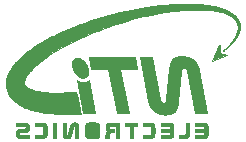
<source format=gbo>
G04 #@! TF.GenerationSoftware,KiCad,Pcbnew,(6.0.4)*
G04 #@! TF.CreationDate,2022-05-22T11:17:41+03:00*
G04 #@! TF.ProjectId,dock_rs232_prt,646f636b-5f72-4733-9233-325f7072742e,rev?*
G04 #@! TF.SameCoordinates,Original*
G04 #@! TF.FileFunction,Legend,Bot*
G04 #@! TF.FilePolarity,Positive*
%FSLAX46Y46*%
G04 Gerber Fmt 4.6, Leading zero omitted, Abs format (unit mm)*
G04 Created by KiCad (PCBNEW (6.0.4)) date 2022-05-22 11:17:41*
%MOMM*%
%LPD*%
G01*
G04 APERTURE LIST*
%ADD10C,0.026458*%
G04 APERTURE END LIST*
D10*
G36*
X309282911Y-108396314D02*
G01*
X309305932Y-108397663D01*
X309328332Y-108399884D01*
X309350102Y-108402969D01*
X309371233Y-108406908D01*
X309391715Y-108411692D01*
X309411540Y-108417314D01*
X309430698Y-108423763D01*
X309449181Y-108431031D01*
X309466979Y-108439109D01*
X309484083Y-108447988D01*
X309500485Y-108457660D01*
X309516175Y-108468115D01*
X309531144Y-108479345D01*
X309545383Y-108491340D01*
X309558884Y-108504092D01*
X309571636Y-108517593D01*
X309583631Y-108531832D01*
X309594860Y-108546802D01*
X309605314Y-108562494D01*
X309614984Y-108578897D01*
X309623860Y-108596005D01*
X309631934Y-108613807D01*
X309639197Y-108632296D01*
X309645639Y-108651461D01*
X309651251Y-108671295D01*
X309656025Y-108691788D01*
X309659951Y-108712931D01*
X309663021Y-108734717D01*
X309665224Y-108757135D01*
X309666553Y-108780177D01*
X309666998Y-108803833D01*
X309666998Y-109290403D01*
X309666554Y-109314065D01*
X309665227Y-109337122D01*
X309663027Y-109359564D01*
X309659962Y-109381383D01*
X309656041Y-109402568D01*
X309651274Y-109423109D01*
X309645668Y-109442998D01*
X309639234Y-109462224D01*
X309631979Y-109480778D01*
X309623913Y-109498651D01*
X309615045Y-109515832D01*
X309605384Y-109532312D01*
X309594938Y-109548082D01*
X309583716Y-109563133D01*
X309571728Y-109577453D01*
X309558982Y-109591034D01*
X309545488Y-109603867D01*
X309531253Y-109615941D01*
X309516288Y-109627247D01*
X309500601Y-109637775D01*
X309484200Y-109647517D01*
X309467095Y-109656461D01*
X309449295Y-109664600D01*
X309430809Y-109671922D01*
X309411645Y-109678419D01*
X309391812Y-109684081D01*
X309371320Y-109688898D01*
X309350177Y-109692860D01*
X309328392Y-109695959D01*
X309305974Y-109698184D01*
X309282933Y-109699527D01*
X309259276Y-109699976D01*
X308684337Y-109699976D01*
X308684337Y-109425603D01*
X309233083Y-109425603D01*
X309242631Y-109425449D01*
X309251881Y-109424987D01*
X309260831Y-109424217D01*
X309269481Y-109423139D01*
X309277830Y-109421755D01*
X309285880Y-109420064D01*
X309293628Y-109418067D01*
X309301076Y-109415764D01*
X309308223Y-109413156D01*
X309315068Y-109410242D01*
X309321612Y-109407024D01*
X309327853Y-109403502D01*
X309333793Y-109399676D01*
X309339430Y-109395547D01*
X309344765Y-109391114D01*
X309349797Y-109386379D01*
X309354525Y-109381341D01*
X309358951Y-109376002D01*
X309363073Y-109370361D01*
X309366891Y-109364418D01*
X309370405Y-109358175D01*
X309373614Y-109351632D01*
X309376520Y-109344789D01*
X309379120Y-109337646D01*
X309381415Y-109330204D01*
X309383406Y-109322463D01*
X309385090Y-109314423D01*
X309386469Y-109306086D01*
X309387542Y-109297451D01*
X309388308Y-109288519D01*
X309388769Y-109279289D01*
X309388922Y-109269764D01*
X309388922Y-108826322D01*
X309388768Y-108816767D01*
X309388306Y-108807500D01*
X309387536Y-108798521D01*
X309386458Y-108789833D01*
X309385074Y-108781435D01*
X309383383Y-108773329D01*
X309381386Y-108765517D01*
X309379083Y-108757998D01*
X309376475Y-108750774D01*
X309373561Y-108743846D01*
X309370343Y-108737215D01*
X309366821Y-108730882D01*
X309362995Y-108724847D01*
X309358866Y-108719113D01*
X309354433Y-108713680D01*
X309349698Y-108708550D01*
X309344660Y-108703722D01*
X309339321Y-108699198D01*
X309333679Y-108694979D01*
X309327737Y-108691067D01*
X309321494Y-108687462D01*
X309314951Y-108684164D01*
X309308108Y-108681176D01*
X309300965Y-108678499D01*
X309293523Y-108676132D01*
X309285782Y-108674078D01*
X309277742Y-108672337D01*
X309269405Y-108670910D01*
X309260770Y-108669798D01*
X309251837Y-108669003D01*
X309242608Y-108668525D01*
X309233083Y-108668366D01*
X308684337Y-108668366D01*
X308684337Y-108395845D01*
X309259277Y-108395845D01*
X309282911Y-108396314D01*
G37*
X309282911Y-108396314D02*
X309305932Y-108397663D01*
X309328332Y-108399884D01*
X309350102Y-108402969D01*
X309371233Y-108406908D01*
X309391715Y-108411692D01*
X309411540Y-108417314D01*
X309430698Y-108423763D01*
X309449181Y-108431031D01*
X309466979Y-108439109D01*
X309484083Y-108447988D01*
X309500485Y-108457660D01*
X309516175Y-108468115D01*
X309531144Y-108479345D01*
X309545383Y-108491340D01*
X309558884Y-108504092D01*
X309571636Y-108517593D01*
X309583631Y-108531832D01*
X309594860Y-108546802D01*
X309605314Y-108562494D01*
X309614984Y-108578897D01*
X309623860Y-108596005D01*
X309631934Y-108613807D01*
X309639197Y-108632296D01*
X309645639Y-108651461D01*
X309651251Y-108671295D01*
X309656025Y-108691788D01*
X309659951Y-108712931D01*
X309663021Y-108734717D01*
X309665224Y-108757135D01*
X309666553Y-108780177D01*
X309666998Y-108803833D01*
X309666998Y-109290403D01*
X309666554Y-109314065D01*
X309665227Y-109337122D01*
X309663027Y-109359564D01*
X309659962Y-109381383D01*
X309656041Y-109402568D01*
X309651274Y-109423109D01*
X309645668Y-109442998D01*
X309639234Y-109462224D01*
X309631979Y-109480778D01*
X309623913Y-109498651D01*
X309615045Y-109515832D01*
X309605384Y-109532312D01*
X309594938Y-109548082D01*
X309583716Y-109563133D01*
X309571728Y-109577453D01*
X309558982Y-109591034D01*
X309545488Y-109603867D01*
X309531253Y-109615941D01*
X309516288Y-109627247D01*
X309500601Y-109637775D01*
X309484200Y-109647517D01*
X309467095Y-109656461D01*
X309449295Y-109664600D01*
X309430809Y-109671922D01*
X309411645Y-109678419D01*
X309391812Y-109684081D01*
X309371320Y-109688898D01*
X309350177Y-109692860D01*
X309328392Y-109695959D01*
X309305974Y-109698184D01*
X309282933Y-109699527D01*
X309259276Y-109699976D01*
X308684337Y-109699976D01*
X308684337Y-109425603D01*
X309233083Y-109425603D01*
X309242631Y-109425449D01*
X309251881Y-109424987D01*
X309260831Y-109424217D01*
X309269481Y-109423139D01*
X309277830Y-109421755D01*
X309285880Y-109420064D01*
X309293628Y-109418067D01*
X309301076Y-109415764D01*
X309308223Y-109413156D01*
X309315068Y-109410242D01*
X309321612Y-109407024D01*
X309327853Y-109403502D01*
X309333793Y-109399676D01*
X309339430Y-109395547D01*
X309344765Y-109391114D01*
X309349797Y-109386379D01*
X309354525Y-109381341D01*
X309358951Y-109376002D01*
X309363073Y-109370361D01*
X309366891Y-109364418D01*
X309370405Y-109358175D01*
X309373614Y-109351632D01*
X309376520Y-109344789D01*
X309379120Y-109337646D01*
X309381415Y-109330204D01*
X309383406Y-109322463D01*
X309385090Y-109314423D01*
X309386469Y-109306086D01*
X309387542Y-109297451D01*
X309388308Y-109288519D01*
X309388769Y-109279289D01*
X309388922Y-109269764D01*
X309388922Y-108826322D01*
X309388768Y-108816767D01*
X309388306Y-108807500D01*
X309387536Y-108798521D01*
X309386458Y-108789833D01*
X309385074Y-108781435D01*
X309383383Y-108773329D01*
X309381386Y-108765517D01*
X309379083Y-108757998D01*
X309376475Y-108750774D01*
X309373561Y-108743846D01*
X309370343Y-108737215D01*
X309366821Y-108730882D01*
X309362995Y-108724847D01*
X309358866Y-108719113D01*
X309354433Y-108713680D01*
X309349698Y-108708550D01*
X309344660Y-108703722D01*
X309339321Y-108699198D01*
X309333679Y-108694979D01*
X309327737Y-108691067D01*
X309321494Y-108687462D01*
X309314951Y-108684164D01*
X309308108Y-108681176D01*
X309300965Y-108678499D01*
X309293523Y-108676132D01*
X309285782Y-108674078D01*
X309277742Y-108672337D01*
X309269405Y-108670910D01*
X309260770Y-108669798D01*
X309251837Y-108669003D01*
X309242608Y-108668525D01*
X309233083Y-108668366D01*
X308684337Y-108668366D01*
X308684337Y-108395845D01*
X309259277Y-108395845D01*
X309282911Y-108396314D01*
G36*
X306667947Y-109699712D02*
G01*
X306389870Y-109699712D01*
X306389870Y-108668102D01*
X305959657Y-108668102D01*
X305943922Y-108668517D01*
X305929166Y-108669750D01*
X305915394Y-108671782D01*
X305902610Y-108674592D01*
X305890820Y-108678163D01*
X305880029Y-108682473D01*
X305875010Y-108684900D01*
X305870242Y-108687504D01*
X305865726Y-108690284D01*
X305861464Y-108693237D01*
X305857454Y-108696360D01*
X305853699Y-108699652D01*
X305850199Y-108703109D01*
X305846954Y-108706730D01*
X305843965Y-108710511D01*
X305841232Y-108714451D01*
X305838757Y-108718546D01*
X305836540Y-108722796D01*
X305834581Y-108727196D01*
X305832881Y-108731746D01*
X305831441Y-108736441D01*
X305830262Y-108741281D01*
X305829343Y-108746262D01*
X305828686Y-108751382D01*
X305828292Y-108756638D01*
X305828160Y-108762029D01*
X305828160Y-108831614D01*
X305828292Y-108837004D01*
X305828686Y-108842261D01*
X305829343Y-108847381D01*
X305830262Y-108852362D01*
X305831441Y-108857201D01*
X305832881Y-108861897D01*
X305834581Y-108866446D01*
X305836540Y-108870847D01*
X305838757Y-108875096D01*
X305841233Y-108879192D01*
X305843965Y-108883132D01*
X305846954Y-108886913D01*
X305850200Y-108890533D01*
X305853700Y-108893991D01*
X305857455Y-108897282D01*
X305861465Y-108900406D01*
X305865727Y-108903358D01*
X305870243Y-108906138D01*
X305875011Y-108908743D01*
X305880030Y-108911170D01*
X305885301Y-108913416D01*
X305890821Y-108915480D01*
X305896592Y-108917359D01*
X305902611Y-108919050D01*
X305908879Y-108920552D01*
X305915395Y-108921861D01*
X305922158Y-108922975D01*
X305929167Y-108923892D01*
X305936422Y-108924610D01*
X305943923Y-108925125D01*
X305951668Y-108925436D01*
X305959657Y-108925541D01*
X306258371Y-108925541D01*
X306258371Y-109186684D01*
X305978441Y-109186684D01*
X305972491Y-109186865D01*
X305966601Y-109187403D01*
X305960775Y-109188295D01*
X305955019Y-109189536D01*
X305949338Y-109191120D01*
X305943737Y-109193043D01*
X305938222Y-109195301D01*
X305932797Y-109197888D01*
X305927468Y-109200800D01*
X305922239Y-109204032D01*
X305917117Y-109207579D01*
X305912106Y-109211436D01*
X305907212Y-109215600D01*
X305902439Y-109220065D01*
X305897793Y-109224825D01*
X305893279Y-109229878D01*
X305888902Y-109235217D01*
X305884668Y-109240838D01*
X305880581Y-109246737D01*
X305876647Y-109252908D01*
X305872871Y-109259347D01*
X305869258Y-109266049D01*
X305865813Y-109273009D01*
X305862542Y-109280223D01*
X305859450Y-109287686D01*
X305856541Y-109295393D01*
X305853821Y-109303339D01*
X305851296Y-109311519D01*
X305848970Y-109319930D01*
X305846849Y-109328565D01*
X305844937Y-109337421D01*
X305843240Y-109346492D01*
X305779475Y-109699711D01*
X305486317Y-109699711D01*
X305580244Y-109259972D01*
X305584395Y-109241396D01*
X305589201Y-109223578D01*
X305594654Y-109206531D01*
X305600746Y-109190268D01*
X305607470Y-109174804D01*
X305614816Y-109160152D01*
X305622776Y-109146326D01*
X305631343Y-109133338D01*
X305640509Y-109121203D01*
X305650265Y-109109935D01*
X305660602Y-109099546D01*
X305671514Y-109090050D01*
X305682992Y-109081461D01*
X305695028Y-109073793D01*
X305707613Y-109067059D01*
X305720740Y-109061272D01*
X305710007Y-109057769D01*
X305699635Y-109053956D01*
X305689623Y-109049831D01*
X305679971Y-109045392D01*
X305670675Y-109040638D01*
X305661735Y-109035567D01*
X305653151Y-109030177D01*
X305644919Y-109024467D01*
X305637039Y-109018434D01*
X305629510Y-109012078D01*
X305622330Y-109005397D01*
X305615498Y-108998388D01*
X305609013Y-108991051D01*
X305602872Y-108983383D01*
X305597076Y-108975382D01*
X305591621Y-108967048D01*
X305586508Y-108958378D01*
X305581735Y-108949371D01*
X305577300Y-108940024D01*
X305573202Y-108930337D01*
X305569439Y-108920308D01*
X305566011Y-108909934D01*
X305562916Y-108899215D01*
X305560152Y-108888148D01*
X305557719Y-108876732D01*
X305555614Y-108864965D01*
X305553837Y-108852846D01*
X305552386Y-108840372D01*
X305551260Y-108827542D01*
X305550457Y-108814354D01*
X305549817Y-108786899D01*
X305549817Y-108683448D01*
X305550197Y-108665094D01*
X305551338Y-108647385D01*
X305553243Y-108630318D01*
X305555913Y-108613888D01*
X305559349Y-108598092D01*
X305563553Y-108582924D01*
X305568528Y-108568381D01*
X305574275Y-108554459D01*
X305580795Y-108541153D01*
X305588090Y-108528460D01*
X305596163Y-108516376D01*
X305605014Y-108504895D01*
X305614646Y-108494015D01*
X305625060Y-108483731D01*
X305636259Y-108474039D01*
X305648243Y-108464934D01*
X305661014Y-108456414D01*
X305674575Y-108448473D01*
X305688927Y-108441107D01*
X305704072Y-108434313D01*
X305720011Y-108428086D01*
X305736747Y-108422421D01*
X305754281Y-108417316D01*
X305772614Y-108412766D01*
X305791749Y-108408767D01*
X305811687Y-108405314D01*
X305832430Y-108402404D01*
X305853979Y-108400032D01*
X305876338Y-108398194D01*
X305899506Y-108396887D01*
X305948280Y-108395845D01*
X306667947Y-108395845D01*
X306667947Y-109699712D01*
G37*
X306667947Y-109699712D02*
X306389870Y-109699712D01*
X306389870Y-108668102D01*
X305959657Y-108668102D01*
X305943922Y-108668517D01*
X305929166Y-108669750D01*
X305915394Y-108671782D01*
X305902610Y-108674592D01*
X305890820Y-108678163D01*
X305880029Y-108682473D01*
X305875010Y-108684900D01*
X305870242Y-108687504D01*
X305865726Y-108690284D01*
X305861464Y-108693237D01*
X305857454Y-108696360D01*
X305853699Y-108699652D01*
X305850199Y-108703109D01*
X305846954Y-108706730D01*
X305843965Y-108710511D01*
X305841232Y-108714451D01*
X305838757Y-108718546D01*
X305836540Y-108722796D01*
X305834581Y-108727196D01*
X305832881Y-108731746D01*
X305831441Y-108736441D01*
X305830262Y-108741281D01*
X305829343Y-108746262D01*
X305828686Y-108751382D01*
X305828292Y-108756638D01*
X305828160Y-108762029D01*
X305828160Y-108831614D01*
X305828292Y-108837004D01*
X305828686Y-108842261D01*
X305829343Y-108847381D01*
X305830262Y-108852362D01*
X305831441Y-108857201D01*
X305832881Y-108861897D01*
X305834581Y-108866446D01*
X305836540Y-108870847D01*
X305838757Y-108875096D01*
X305841233Y-108879192D01*
X305843965Y-108883132D01*
X305846954Y-108886913D01*
X305850200Y-108890533D01*
X305853700Y-108893991D01*
X305857455Y-108897282D01*
X305861465Y-108900406D01*
X305865727Y-108903358D01*
X305870243Y-108906138D01*
X305875011Y-108908743D01*
X305880030Y-108911170D01*
X305885301Y-108913416D01*
X305890821Y-108915480D01*
X305896592Y-108917359D01*
X305902611Y-108919050D01*
X305908879Y-108920552D01*
X305915395Y-108921861D01*
X305922158Y-108922975D01*
X305929167Y-108923892D01*
X305936422Y-108924610D01*
X305943923Y-108925125D01*
X305951668Y-108925436D01*
X305959657Y-108925541D01*
X306258371Y-108925541D01*
X306258371Y-109186684D01*
X305978441Y-109186684D01*
X305972491Y-109186865D01*
X305966601Y-109187403D01*
X305960775Y-109188295D01*
X305955019Y-109189536D01*
X305949338Y-109191120D01*
X305943737Y-109193043D01*
X305938222Y-109195301D01*
X305932797Y-109197888D01*
X305927468Y-109200800D01*
X305922239Y-109204032D01*
X305917117Y-109207579D01*
X305912106Y-109211436D01*
X305907212Y-109215600D01*
X305902439Y-109220065D01*
X305897793Y-109224825D01*
X305893279Y-109229878D01*
X305888902Y-109235217D01*
X305884668Y-109240838D01*
X305880581Y-109246737D01*
X305876647Y-109252908D01*
X305872871Y-109259347D01*
X305869258Y-109266049D01*
X305865813Y-109273009D01*
X305862542Y-109280223D01*
X305859450Y-109287686D01*
X305856541Y-109295393D01*
X305853821Y-109303339D01*
X305851296Y-109311519D01*
X305848970Y-109319930D01*
X305846849Y-109328565D01*
X305844937Y-109337421D01*
X305843240Y-109346492D01*
X305779475Y-109699711D01*
X305486317Y-109699711D01*
X305580244Y-109259972D01*
X305584395Y-109241396D01*
X305589201Y-109223578D01*
X305594654Y-109206531D01*
X305600746Y-109190268D01*
X305607470Y-109174804D01*
X305614816Y-109160152D01*
X305622776Y-109146326D01*
X305631343Y-109133338D01*
X305640509Y-109121203D01*
X305650265Y-109109935D01*
X305660602Y-109099546D01*
X305671514Y-109090050D01*
X305682992Y-109081461D01*
X305695028Y-109073793D01*
X305707613Y-109067059D01*
X305720740Y-109061272D01*
X305710007Y-109057769D01*
X305699635Y-109053956D01*
X305689623Y-109049831D01*
X305679971Y-109045392D01*
X305670675Y-109040638D01*
X305661735Y-109035567D01*
X305653151Y-109030177D01*
X305644919Y-109024467D01*
X305637039Y-109018434D01*
X305629510Y-109012078D01*
X305622330Y-109005397D01*
X305615498Y-108998388D01*
X305609013Y-108991051D01*
X305602872Y-108983383D01*
X305597076Y-108975382D01*
X305591621Y-108967048D01*
X305586508Y-108958378D01*
X305581735Y-108949371D01*
X305577300Y-108940024D01*
X305573202Y-108930337D01*
X305569439Y-108920308D01*
X305566011Y-108909934D01*
X305562916Y-108899215D01*
X305560152Y-108888148D01*
X305557719Y-108876732D01*
X305555614Y-108864965D01*
X305553837Y-108852846D01*
X305552386Y-108840372D01*
X305551260Y-108827542D01*
X305550457Y-108814354D01*
X305549817Y-108786899D01*
X305549817Y-108683448D01*
X305550197Y-108665094D01*
X305551338Y-108647385D01*
X305553243Y-108630318D01*
X305555913Y-108613888D01*
X305559349Y-108598092D01*
X305563553Y-108582924D01*
X305568528Y-108568381D01*
X305574275Y-108554459D01*
X305580795Y-108541153D01*
X305588090Y-108528460D01*
X305596163Y-108516376D01*
X305605014Y-108504895D01*
X305614646Y-108494015D01*
X305625060Y-108483731D01*
X305636259Y-108474039D01*
X305648243Y-108464934D01*
X305661014Y-108456414D01*
X305674575Y-108448473D01*
X305688927Y-108441107D01*
X305704072Y-108434313D01*
X305720011Y-108428086D01*
X305736747Y-108422421D01*
X305754281Y-108417316D01*
X305772614Y-108412766D01*
X305791749Y-108408767D01*
X305811687Y-108405314D01*
X305832430Y-108402404D01*
X305853979Y-108400032D01*
X305876338Y-108398194D01*
X305899506Y-108396887D01*
X305948280Y-108395845D01*
X306667947Y-108395845D01*
X306667947Y-109699712D01*
G36*
X310898384Y-108397666D02*
G01*
X310947408Y-108401707D01*
X310970388Y-108404790D01*
X310992364Y-108408598D01*
X311013348Y-108413145D01*
X311033353Y-108418442D01*
X311052391Y-108424503D01*
X311070477Y-108431341D01*
X311087621Y-108438967D01*
X311103838Y-108447394D01*
X311119139Y-108456636D01*
X311133538Y-108466705D01*
X311147047Y-108477614D01*
X311159679Y-108489375D01*
X311171446Y-108502001D01*
X311182363Y-108515505D01*
X311192440Y-108529900D01*
X311201691Y-108545197D01*
X311210129Y-108561411D01*
X311217766Y-108578552D01*
X311224616Y-108596636D01*
X311230690Y-108615673D01*
X311236003Y-108635676D01*
X311240565Y-108656659D01*
X311244391Y-108678634D01*
X311247492Y-108701614D01*
X311251573Y-108750638D01*
X311252911Y-108803833D01*
X311252911Y-109290403D01*
X311251573Y-109343619D01*
X311247492Y-109392702D01*
X311244391Y-109415724D01*
X311240565Y-109437749D01*
X311236003Y-109458789D01*
X311230690Y-109478856D01*
X311224616Y-109497962D01*
X311217766Y-109516120D01*
X311210129Y-109533341D01*
X311201691Y-109549637D01*
X311192440Y-109565021D01*
X311182363Y-109579505D01*
X311171446Y-109593100D01*
X311159679Y-109605818D01*
X311147047Y-109617673D01*
X311133538Y-109628675D01*
X311119139Y-109638837D01*
X311103838Y-109648170D01*
X311087621Y-109656688D01*
X311070477Y-109664402D01*
X311052391Y-109671324D01*
X311033353Y-109677466D01*
X311013348Y-109682840D01*
X310992364Y-109687459D01*
X310970388Y-109691334D01*
X310947408Y-109694477D01*
X310898384Y-109698617D01*
X310845189Y-109699976D01*
X310200664Y-109699976D01*
X310200664Y-109425603D01*
X310824551Y-109425603D01*
X310845119Y-109425174D01*
X310863901Y-109423845D01*
X310872643Y-109422823D01*
X310880962Y-109421552D01*
X310888867Y-109420024D01*
X310896365Y-109418232D01*
X310903464Y-109416168D01*
X310910172Y-109413823D01*
X310916497Y-109411190D01*
X310922447Y-109408260D01*
X310928030Y-109405027D01*
X310933254Y-109401482D01*
X310938126Y-109397617D01*
X310942654Y-109393424D01*
X310946847Y-109388895D01*
X310950712Y-109384023D01*
X310954258Y-109378800D01*
X310957491Y-109373217D01*
X310960420Y-109367267D01*
X310963054Y-109360942D01*
X310965399Y-109354233D01*
X310967463Y-109347134D01*
X310969255Y-109339636D01*
X310970783Y-109331732D01*
X310972054Y-109323413D01*
X310973076Y-109314671D01*
X310974405Y-109295888D01*
X310974834Y-109275321D01*
X310974834Y-109177689D01*
X310200663Y-109177689D01*
X310200663Y-108903582D01*
X310974834Y-108903582D01*
X310974834Y-108821032D01*
X310974405Y-108800443D01*
X310973076Y-108781602D01*
X310970783Y-108764450D01*
X310969255Y-108756489D01*
X310967463Y-108748928D01*
X310965399Y-108741762D01*
X310963054Y-108734981D01*
X310960420Y-108728579D01*
X310957491Y-108722549D01*
X310954258Y-108716884D01*
X310950712Y-108711575D01*
X310946847Y-108706617D01*
X310942654Y-108702002D01*
X310938126Y-108697722D01*
X310933254Y-108693771D01*
X310928030Y-108690141D01*
X310922447Y-108686825D01*
X310916497Y-108683816D01*
X310910172Y-108681106D01*
X310903464Y-108678688D01*
X310896365Y-108676556D01*
X310888867Y-108674702D01*
X310880962Y-108673118D01*
X310872643Y-108671798D01*
X310863901Y-108670734D01*
X310845119Y-108669345D01*
X310824551Y-108668895D01*
X310200664Y-108668895D01*
X310200664Y-108396375D01*
X310845189Y-108396375D01*
X310898384Y-108397666D01*
G37*
X310898384Y-108397666D02*
X310947408Y-108401707D01*
X310970388Y-108404790D01*
X310992364Y-108408598D01*
X311013348Y-108413145D01*
X311033353Y-108418442D01*
X311052391Y-108424503D01*
X311070477Y-108431341D01*
X311087621Y-108438967D01*
X311103838Y-108447394D01*
X311119139Y-108456636D01*
X311133538Y-108466705D01*
X311147047Y-108477614D01*
X311159679Y-108489375D01*
X311171446Y-108502001D01*
X311182363Y-108515505D01*
X311192440Y-108529900D01*
X311201691Y-108545197D01*
X311210129Y-108561411D01*
X311217766Y-108578552D01*
X311224616Y-108596636D01*
X311230690Y-108615673D01*
X311236003Y-108635676D01*
X311240565Y-108656659D01*
X311244391Y-108678634D01*
X311247492Y-108701614D01*
X311251573Y-108750638D01*
X311252911Y-108803833D01*
X311252911Y-109290403D01*
X311251573Y-109343619D01*
X311247492Y-109392702D01*
X311244391Y-109415724D01*
X311240565Y-109437749D01*
X311236003Y-109458789D01*
X311230690Y-109478856D01*
X311224616Y-109497962D01*
X311217766Y-109516120D01*
X311210129Y-109533341D01*
X311201691Y-109549637D01*
X311192440Y-109565021D01*
X311182363Y-109579505D01*
X311171446Y-109593100D01*
X311159679Y-109605818D01*
X311147047Y-109617673D01*
X311133538Y-109628675D01*
X311119139Y-109638837D01*
X311103838Y-109648170D01*
X311087621Y-109656688D01*
X311070477Y-109664402D01*
X311052391Y-109671324D01*
X311033353Y-109677466D01*
X311013348Y-109682840D01*
X310992364Y-109687459D01*
X310970388Y-109691334D01*
X310947408Y-109694477D01*
X310898384Y-109698617D01*
X310845189Y-109699976D01*
X310200664Y-109699976D01*
X310200664Y-109425603D01*
X310824551Y-109425603D01*
X310845119Y-109425174D01*
X310863901Y-109423845D01*
X310872643Y-109422823D01*
X310880962Y-109421552D01*
X310888867Y-109420024D01*
X310896365Y-109418232D01*
X310903464Y-109416168D01*
X310910172Y-109413823D01*
X310916497Y-109411190D01*
X310922447Y-109408260D01*
X310928030Y-109405027D01*
X310933254Y-109401482D01*
X310938126Y-109397617D01*
X310942654Y-109393424D01*
X310946847Y-109388895D01*
X310950712Y-109384023D01*
X310954258Y-109378800D01*
X310957491Y-109373217D01*
X310960420Y-109367267D01*
X310963054Y-109360942D01*
X310965399Y-109354233D01*
X310967463Y-109347134D01*
X310969255Y-109339636D01*
X310970783Y-109331732D01*
X310972054Y-109323413D01*
X310973076Y-109314671D01*
X310974405Y-109295888D01*
X310974834Y-109275321D01*
X310974834Y-109177689D01*
X310200663Y-109177689D01*
X310200663Y-108903582D01*
X310974834Y-108903582D01*
X310974834Y-108821032D01*
X310974405Y-108800443D01*
X310973076Y-108781602D01*
X310970783Y-108764450D01*
X310969255Y-108756489D01*
X310967463Y-108748928D01*
X310965399Y-108741762D01*
X310963054Y-108734981D01*
X310960420Y-108728579D01*
X310957491Y-108722549D01*
X310954258Y-108716884D01*
X310950712Y-108711575D01*
X310946847Y-108706617D01*
X310942654Y-108702002D01*
X310938126Y-108697722D01*
X310933254Y-108693771D01*
X310928030Y-108690141D01*
X310922447Y-108686825D01*
X310916497Y-108683816D01*
X310910172Y-108681106D01*
X310903464Y-108678688D01*
X310896365Y-108676556D01*
X310888867Y-108674702D01*
X310880962Y-108673118D01*
X310872643Y-108671798D01*
X310863901Y-108670734D01*
X310845119Y-108669345D01*
X310824551Y-108668895D01*
X310200664Y-108668895D01*
X310200664Y-108396375D01*
X310845189Y-108396375D01*
X310898384Y-108397666D01*
G36*
X298668707Y-108396819D02*
G01*
X298692586Y-108398142D01*
X298715821Y-108400332D01*
X298738400Y-108403378D01*
X298760316Y-108407267D01*
X298781559Y-108411988D01*
X298802120Y-108417528D01*
X298821989Y-108423875D01*
X298841156Y-108431018D01*
X298859613Y-108438944D01*
X298877351Y-108447641D01*
X298894359Y-108457097D01*
X298910628Y-108467301D01*
X298926150Y-108478240D01*
X298940915Y-108489902D01*
X298954913Y-108502275D01*
X298968135Y-108515347D01*
X298980572Y-108529107D01*
X298992214Y-108543542D01*
X299003052Y-108558640D01*
X299013077Y-108574389D01*
X299022279Y-108590777D01*
X299030649Y-108607792D01*
X299038178Y-108625423D01*
X299044856Y-108643656D01*
X299050674Y-108662480D01*
X299055622Y-108681884D01*
X299059692Y-108701854D01*
X299062874Y-108722380D01*
X299065158Y-108743448D01*
X299066536Y-108765048D01*
X299066997Y-108787166D01*
X299066536Y-108809285D01*
X299065158Y-108830884D01*
X299062874Y-108851952D01*
X299059692Y-108872478D01*
X299055622Y-108892448D01*
X299050674Y-108911851D01*
X299044856Y-108930676D01*
X299038178Y-108948909D01*
X299030649Y-108966539D01*
X299022279Y-108983555D01*
X299013077Y-108999943D01*
X299003052Y-109015692D01*
X298992214Y-109030790D01*
X298980572Y-109045224D01*
X298968135Y-109058984D01*
X298954913Y-109072056D01*
X298940915Y-109084430D01*
X298926150Y-109096092D01*
X298910628Y-109107030D01*
X298894359Y-109117234D01*
X298877351Y-109126690D01*
X298859613Y-109135387D01*
X298841156Y-109143313D01*
X298821989Y-109150456D01*
X298802120Y-109156803D01*
X298781559Y-109162343D01*
X298760316Y-109167064D01*
X298738400Y-109170953D01*
X298715821Y-109173999D01*
X298692586Y-109176189D01*
X298668707Y-109177512D01*
X298644192Y-109177956D01*
X298351035Y-109177956D01*
X298331560Y-109178440D01*
X298313323Y-109179891D01*
X298296324Y-109182311D01*
X298280568Y-109185699D01*
X298266057Y-109190056D01*
X298259269Y-109192598D01*
X298252794Y-109195383D01*
X298246631Y-109198410D01*
X298240781Y-109201679D01*
X298235244Y-109205191D01*
X298230020Y-109208945D01*
X298225111Y-109212942D01*
X298220516Y-109217182D01*
X298216236Y-109221665D01*
X298212270Y-109226390D01*
X298208620Y-109231358D01*
X298205285Y-109236569D01*
X298202267Y-109242022D01*
X298199564Y-109247719D01*
X298197179Y-109253659D01*
X298195110Y-109259842D01*
X298193359Y-109266267D01*
X298191925Y-109272936D01*
X298190809Y-109279849D01*
X298190012Y-109287004D01*
X298189533Y-109294403D01*
X298189374Y-109302045D01*
X298189533Y-109309664D01*
X298190012Y-109317043D01*
X298190809Y-109324181D01*
X298191925Y-109331078D01*
X298193359Y-109337735D01*
X298195110Y-109344151D01*
X298197179Y-109350326D01*
X298199564Y-109356260D01*
X298202267Y-109361953D01*
X298205285Y-109367405D01*
X298208620Y-109372616D01*
X298212270Y-109377585D01*
X298216236Y-109382313D01*
X298220516Y-109386799D01*
X298225111Y-109391044D01*
X298230020Y-109395047D01*
X298235244Y-109398808D01*
X298240781Y-109402327D01*
X298246631Y-109405604D01*
X298252794Y-109408639D01*
X298259269Y-109411431D01*
X298266057Y-109413982D01*
X298273157Y-109416290D01*
X298280568Y-109418355D01*
X298288291Y-109420178D01*
X298296324Y-109421758D01*
X298304668Y-109423095D01*
X298313323Y-109424190D01*
X298322287Y-109425041D01*
X298331560Y-109425649D01*
X298341143Y-109426014D01*
X298351035Y-109426136D01*
X299040538Y-109426136D01*
X299040538Y-109700509D01*
X298356590Y-109700509D01*
X298330353Y-109700065D01*
X298304827Y-109698740D01*
X298280022Y-109696545D01*
X298255944Y-109693491D01*
X298232601Y-109689588D01*
X298210002Y-109684847D01*
X298188155Y-109679278D01*
X298167067Y-109672893D01*
X298146746Y-109665701D01*
X298127201Y-109657714D01*
X298108439Y-109648942D01*
X298090468Y-109639396D01*
X298073296Y-109629086D01*
X298056932Y-109618024D01*
X298041382Y-109606219D01*
X298026656Y-109593683D01*
X298012760Y-109580426D01*
X297999704Y-109566458D01*
X297987494Y-109551791D01*
X297976139Y-109536436D01*
X297965647Y-109520401D01*
X297956025Y-109503700D01*
X297947282Y-109486341D01*
X297939426Y-109468336D01*
X297932464Y-109449696D01*
X297926405Y-109430430D01*
X297921256Y-109410551D01*
X297917025Y-109390067D01*
X297913721Y-109368991D01*
X297911351Y-109347332D01*
X297909923Y-109325102D01*
X297909445Y-109302311D01*
X297909923Y-109279471D01*
X297911351Y-109257195D01*
X297913721Y-109235494D01*
X297917026Y-109214378D01*
X297921256Y-109193858D01*
X297926405Y-109173944D01*
X297932465Y-109154647D01*
X297939426Y-109135977D01*
X297947283Y-109117946D01*
X297956026Y-109100562D01*
X297965647Y-109083838D01*
X297976140Y-109067784D01*
X297987495Y-109052409D01*
X297999704Y-109037726D01*
X298012761Y-109023744D01*
X298026656Y-109010473D01*
X298041383Y-108997925D01*
X298056932Y-108986111D01*
X298073297Y-108975039D01*
X298090468Y-108964722D01*
X298108439Y-108955170D01*
X298127201Y-108946392D01*
X298146746Y-108938401D01*
X298167067Y-108931206D01*
X298188155Y-108924818D01*
X298210002Y-108919247D01*
X298232601Y-108914504D01*
X298255944Y-108910600D01*
X298280022Y-108907546D01*
X298304828Y-108905350D01*
X298330353Y-108904026D01*
X298356590Y-108903582D01*
X298649750Y-108903582D01*
X298666483Y-108903120D01*
X298682154Y-108901737D01*
X298696760Y-108899436D01*
X298703662Y-108897942D01*
X298710298Y-108896219D01*
X298716666Y-108894268D01*
X298722767Y-108892089D01*
X298728599Y-108889682D01*
X298734163Y-108887048D01*
X298739459Y-108884187D01*
X298744485Y-108881099D01*
X298749243Y-108877786D01*
X298753731Y-108874246D01*
X298757949Y-108870481D01*
X298761898Y-108866490D01*
X298765576Y-108862275D01*
X298768983Y-108857835D01*
X298772119Y-108853171D01*
X298774985Y-108848283D01*
X298777578Y-108843172D01*
X298779900Y-108837837D01*
X298781950Y-108832279D01*
X298783728Y-108826499D01*
X298785233Y-108820497D01*
X298786464Y-108814273D01*
X298787423Y-108807827D01*
X298788108Y-108801160D01*
X298788519Y-108794273D01*
X298788657Y-108787165D01*
X298788519Y-108780051D01*
X298788108Y-108773148D01*
X298787423Y-108766457D01*
X298786464Y-108759977D01*
X298785233Y-108753711D01*
X298783728Y-108747659D01*
X298781950Y-108741823D01*
X298779900Y-108736203D01*
X298777578Y-108730801D01*
X298774985Y-108725617D01*
X298772119Y-108720652D01*
X298768983Y-108715908D01*
X298765576Y-108711386D01*
X298761898Y-108707086D01*
X298757949Y-108703009D01*
X298753731Y-108699157D01*
X298749243Y-108695531D01*
X298744485Y-108692131D01*
X298739459Y-108688959D01*
X298734163Y-108686015D01*
X298728599Y-108683301D01*
X298722767Y-108680818D01*
X298716666Y-108678567D01*
X298710298Y-108676548D01*
X298703662Y-108674762D01*
X298696760Y-108673212D01*
X298689590Y-108671897D01*
X298682154Y-108670819D01*
X298674451Y-108669979D01*
X298666483Y-108669378D01*
X298658249Y-108669016D01*
X298649750Y-108668895D01*
X297967653Y-108668895D01*
X297967653Y-108396375D01*
X298644192Y-108396375D01*
X298668707Y-108396819D01*
G37*
X298668707Y-108396819D02*
X298692586Y-108398142D01*
X298715821Y-108400332D01*
X298738400Y-108403378D01*
X298760316Y-108407267D01*
X298781559Y-108411988D01*
X298802120Y-108417528D01*
X298821989Y-108423875D01*
X298841156Y-108431018D01*
X298859613Y-108438944D01*
X298877351Y-108447641D01*
X298894359Y-108457097D01*
X298910628Y-108467301D01*
X298926150Y-108478240D01*
X298940915Y-108489902D01*
X298954913Y-108502275D01*
X298968135Y-108515347D01*
X298980572Y-108529107D01*
X298992214Y-108543542D01*
X299003052Y-108558640D01*
X299013077Y-108574389D01*
X299022279Y-108590777D01*
X299030649Y-108607792D01*
X299038178Y-108625423D01*
X299044856Y-108643656D01*
X299050674Y-108662480D01*
X299055622Y-108681884D01*
X299059692Y-108701854D01*
X299062874Y-108722380D01*
X299065158Y-108743448D01*
X299066536Y-108765048D01*
X299066997Y-108787166D01*
X299066536Y-108809285D01*
X299065158Y-108830884D01*
X299062874Y-108851952D01*
X299059692Y-108872478D01*
X299055622Y-108892448D01*
X299050674Y-108911851D01*
X299044856Y-108930676D01*
X299038178Y-108948909D01*
X299030649Y-108966539D01*
X299022279Y-108983555D01*
X299013077Y-108999943D01*
X299003052Y-109015692D01*
X298992214Y-109030790D01*
X298980572Y-109045224D01*
X298968135Y-109058984D01*
X298954913Y-109072056D01*
X298940915Y-109084430D01*
X298926150Y-109096092D01*
X298910628Y-109107030D01*
X298894359Y-109117234D01*
X298877351Y-109126690D01*
X298859613Y-109135387D01*
X298841156Y-109143313D01*
X298821989Y-109150456D01*
X298802120Y-109156803D01*
X298781559Y-109162343D01*
X298760316Y-109167064D01*
X298738400Y-109170953D01*
X298715821Y-109173999D01*
X298692586Y-109176189D01*
X298668707Y-109177512D01*
X298644192Y-109177956D01*
X298351035Y-109177956D01*
X298331560Y-109178440D01*
X298313323Y-109179891D01*
X298296324Y-109182311D01*
X298280568Y-109185699D01*
X298266057Y-109190056D01*
X298259269Y-109192598D01*
X298252794Y-109195383D01*
X298246631Y-109198410D01*
X298240781Y-109201679D01*
X298235244Y-109205191D01*
X298230020Y-109208945D01*
X298225111Y-109212942D01*
X298220516Y-109217182D01*
X298216236Y-109221665D01*
X298212270Y-109226390D01*
X298208620Y-109231358D01*
X298205285Y-109236569D01*
X298202267Y-109242022D01*
X298199564Y-109247719D01*
X298197179Y-109253659D01*
X298195110Y-109259842D01*
X298193359Y-109266267D01*
X298191925Y-109272936D01*
X298190809Y-109279849D01*
X298190012Y-109287004D01*
X298189533Y-109294403D01*
X298189374Y-109302045D01*
X298189533Y-109309664D01*
X298190012Y-109317043D01*
X298190809Y-109324181D01*
X298191925Y-109331078D01*
X298193359Y-109337735D01*
X298195110Y-109344151D01*
X298197179Y-109350326D01*
X298199564Y-109356260D01*
X298202267Y-109361953D01*
X298205285Y-109367405D01*
X298208620Y-109372616D01*
X298212270Y-109377585D01*
X298216236Y-109382313D01*
X298220516Y-109386799D01*
X298225111Y-109391044D01*
X298230020Y-109395047D01*
X298235244Y-109398808D01*
X298240781Y-109402327D01*
X298246631Y-109405604D01*
X298252794Y-109408639D01*
X298259269Y-109411431D01*
X298266057Y-109413982D01*
X298273157Y-109416290D01*
X298280568Y-109418355D01*
X298288291Y-109420178D01*
X298296324Y-109421758D01*
X298304668Y-109423095D01*
X298313323Y-109424190D01*
X298322287Y-109425041D01*
X298331560Y-109425649D01*
X298341143Y-109426014D01*
X298351035Y-109426136D01*
X299040538Y-109426136D01*
X299040538Y-109700509D01*
X298356590Y-109700509D01*
X298330353Y-109700065D01*
X298304827Y-109698740D01*
X298280022Y-109696545D01*
X298255944Y-109693491D01*
X298232601Y-109689588D01*
X298210002Y-109684847D01*
X298188155Y-109679278D01*
X298167067Y-109672893D01*
X298146746Y-109665701D01*
X298127201Y-109657714D01*
X298108439Y-109648942D01*
X298090468Y-109639396D01*
X298073296Y-109629086D01*
X298056932Y-109618024D01*
X298041382Y-109606219D01*
X298026656Y-109593683D01*
X298012760Y-109580426D01*
X297999704Y-109566458D01*
X297987494Y-109551791D01*
X297976139Y-109536436D01*
X297965647Y-109520401D01*
X297956025Y-109503700D01*
X297947282Y-109486341D01*
X297939426Y-109468336D01*
X297932464Y-109449696D01*
X297926405Y-109430430D01*
X297921256Y-109410551D01*
X297917025Y-109390067D01*
X297913721Y-109368991D01*
X297911351Y-109347332D01*
X297909923Y-109325102D01*
X297909445Y-109302311D01*
X297909923Y-109279471D01*
X297911351Y-109257195D01*
X297913721Y-109235494D01*
X297917026Y-109214378D01*
X297921256Y-109193858D01*
X297926405Y-109173944D01*
X297932465Y-109154647D01*
X297939426Y-109135977D01*
X297947283Y-109117946D01*
X297956026Y-109100562D01*
X297965647Y-109083838D01*
X297976140Y-109067784D01*
X297987495Y-109052409D01*
X297999704Y-109037726D01*
X298012761Y-109023744D01*
X298026656Y-109010473D01*
X298041383Y-108997925D01*
X298056932Y-108986111D01*
X298073297Y-108975039D01*
X298090468Y-108964722D01*
X298108439Y-108955170D01*
X298127201Y-108946392D01*
X298146746Y-108938401D01*
X298167067Y-108931206D01*
X298188155Y-108924818D01*
X298210002Y-108919247D01*
X298232601Y-108914504D01*
X298255944Y-108910600D01*
X298280022Y-108907546D01*
X298304828Y-108905350D01*
X298330353Y-108904026D01*
X298356590Y-108903582D01*
X298649750Y-108903582D01*
X298666483Y-108903120D01*
X298682154Y-108901737D01*
X298696760Y-108899436D01*
X298703662Y-108897942D01*
X298710298Y-108896219D01*
X298716666Y-108894268D01*
X298722767Y-108892089D01*
X298728599Y-108889682D01*
X298734163Y-108887048D01*
X298739459Y-108884187D01*
X298744485Y-108881099D01*
X298749243Y-108877786D01*
X298753731Y-108874246D01*
X298757949Y-108870481D01*
X298761898Y-108866490D01*
X298765576Y-108862275D01*
X298768983Y-108857835D01*
X298772119Y-108853171D01*
X298774985Y-108848283D01*
X298777578Y-108843172D01*
X298779900Y-108837837D01*
X298781950Y-108832279D01*
X298783728Y-108826499D01*
X298785233Y-108820497D01*
X298786464Y-108814273D01*
X298787423Y-108807827D01*
X298788108Y-108801160D01*
X298788519Y-108794273D01*
X298788657Y-108787165D01*
X298788519Y-108780051D01*
X298788108Y-108773148D01*
X298787423Y-108766457D01*
X298786464Y-108759977D01*
X298785233Y-108753711D01*
X298783728Y-108747659D01*
X298781950Y-108741823D01*
X298779900Y-108736203D01*
X298777578Y-108730801D01*
X298774985Y-108725617D01*
X298772119Y-108720652D01*
X298768983Y-108715908D01*
X298765576Y-108711386D01*
X298761898Y-108707086D01*
X298757949Y-108703009D01*
X298753731Y-108699157D01*
X298749243Y-108695531D01*
X298744485Y-108692131D01*
X298739459Y-108688959D01*
X298734163Y-108686015D01*
X298728599Y-108683301D01*
X298722767Y-108680818D01*
X298716666Y-108678567D01*
X298710298Y-108676548D01*
X298703662Y-108674762D01*
X298696760Y-108673212D01*
X298689590Y-108671897D01*
X298682154Y-108670819D01*
X298674451Y-108669979D01*
X298666483Y-108669378D01*
X298658249Y-108669016D01*
X298649750Y-108668895D01*
X297967653Y-108668895D01*
X297967653Y-108396375D01*
X298644192Y-108396375D01*
X298668707Y-108396819D01*
G36*
X312720291Y-98319058D02*
G01*
X312947347Y-98324963D01*
X313174267Y-98335644D01*
X313401012Y-98352154D01*
X313627547Y-98375547D01*
X313999850Y-98416821D01*
X314185690Y-98439096D01*
X314278349Y-98451815D01*
X314370762Y-98466034D01*
X314450590Y-98479892D01*
X314530161Y-98495291D01*
X314609515Y-98511962D01*
X314688692Y-98529633D01*
X315004440Y-98604940D01*
X315194288Y-98653449D01*
X315288097Y-98680216D01*
X315381070Y-98708847D01*
X315473135Y-98739485D01*
X315564224Y-98772270D01*
X315654265Y-98807345D01*
X315743189Y-98844852D01*
X315830925Y-98884932D01*
X315917404Y-98927727D01*
X316002555Y-98973380D01*
X316086308Y-99022031D01*
X316168593Y-99073824D01*
X316249339Y-99128899D01*
X316328478Y-99187399D01*
X316405937Y-99249465D01*
X316449521Y-99287080D01*
X316491123Y-99325546D01*
X316530741Y-99364838D01*
X316568373Y-99404931D01*
X316604017Y-99445803D01*
X316637671Y-99487428D01*
X316669333Y-99529783D01*
X316699000Y-99572844D01*
X316726671Y-99616585D01*
X316752344Y-99660984D01*
X316776016Y-99706016D01*
X316797685Y-99751658D01*
X316817350Y-99797883D01*
X316835008Y-99844670D01*
X316850657Y-99891993D01*
X316864295Y-99939829D01*
X316875920Y-99988153D01*
X316885529Y-100036941D01*
X316893122Y-100086170D01*
X316898695Y-100135814D01*
X316902247Y-100185850D01*
X316903776Y-100236254D01*
X316903278Y-100287002D01*
X316900754Y-100338068D01*
X316896199Y-100389431D01*
X316889613Y-100441064D01*
X316880992Y-100492945D01*
X316870336Y-100545048D01*
X316857642Y-100597350D01*
X316842908Y-100649827D01*
X316826131Y-100702455D01*
X316807310Y-100755209D01*
X316782196Y-100819355D01*
X316755383Y-100882603D01*
X316726892Y-100944942D01*
X316696743Y-101006360D01*
X316664955Y-101066847D01*
X316631549Y-101126391D01*
X316596543Y-101184980D01*
X316559958Y-101242604D01*
X316521813Y-101299252D01*
X316482128Y-101354911D01*
X316440924Y-101409572D01*
X316398219Y-101463222D01*
X316354033Y-101515850D01*
X316308387Y-101567446D01*
X316261300Y-101617997D01*
X316212791Y-101667493D01*
X316134563Y-101744640D01*
X316055720Y-101821170D01*
X315896614Y-101972789D01*
X315575674Y-102273124D01*
X315568752Y-102279345D01*
X315561593Y-102285323D01*
X315554221Y-102291084D01*
X315546661Y-102296652D01*
X315538937Y-102302050D01*
X315531073Y-102307304D01*
X315515019Y-102317475D01*
X315482285Y-102337158D01*
X315465989Y-102347060D01*
X315449998Y-102357262D01*
X315451974Y-102349099D01*
X315454224Y-102341269D01*
X315456737Y-102333759D01*
X315459502Y-102326554D01*
X315462507Y-102319640D01*
X315465741Y-102313004D01*
X315469193Y-102306631D01*
X315472851Y-102300508D01*
X315476705Y-102294621D01*
X315480743Y-102288956D01*
X315484953Y-102283498D01*
X315489326Y-102278234D01*
X315493848Y-102273150D01*
X315498510Y-102268231D01*
X315503300Y-102263465D01*
X315508206Y-102258837D01*
X315605915Y-102167938D01*
X315701910Y-102075510D01*
X315796063Y-101981389D01*
X315888247Y-101885411D01*
X315978335Y-101787411D01*
X316066200Y-101687225D01*
X316151715Y-101584690D01*
X316234752Y-101479639D01*
X316299809Y-101392021D01*
X316331015Y-101347588D01*
X316361309Y-101302719D01*
X316390669Y-101257400D01*
X316419071Y-101211613D01*
X316446492Y-101165346D01*
X316472910Y-101118582D01*
X316498301Y-101071306D01*
X316522644Y-101023504D01*
X316545914Y-100975160D01*
X316568090Y-100926259D01*
X316589147Y-100876786D01*
X316609064Y-100826726D01*
X316627818Y-100776063D01*
X316645385Y-100724783D01*
X316663948Y-100664755D01*
X316672357Y-100634515D01*
X316680132Y-100604125D01*
X316687233Y-100573582D01*
X316693620Y-100542887D01*
X316699252Y-100512039D01*
X316704090Y-100481036D01*
X316708094Y-100449878D01*
X316711224Y-100418564D01*
X316713440Y-100387094D01*
X316714702Y-100355466D01*
X316714970Y-100323680D01*
X316714205Y-100291736D01*
X316712367Y-100259631D01*
X316709414Y-100227366D01*
X316699047Y-100153932D01*
X316684322Y-100083574D01*
X316665394Y-100016179D01*
X316642421Y-99951638D01*
X316615558Y-99889837D01*
X316584962Y-99830665D01*
X316550788Y-99774011D01*
X316513193Y-99719763D01*
X316472333Y-99667810D01*
X316428364Y-99618039D01*
X316381443Y-99570340D01*
X316331726Y-99524600D01*
X316279368Y-99480708D01*
X316224527Y-99438552D01*
X316167358Y-99398022D01*
X316108017Y-99359004D01*
X316054467Y-99326106D01*
X316000202Y-99294842D01*
X315945260Y-99265152D01*
X315889678Y-99236977D01*
X315833490Y-99210258D01*
X315776735Y-99184936D01*
X315719447Y-99160950D01*
X315661665Y-99138242D01*
X315603423Y-99116753D01*
X315544759Y-99096423D01*
X315426309Y-99059004D01*
X315306607Y-99025509D01*
X315185944Y-98995466D01*
X314993936Y-98952935D01*
X314801112Y-98915715D01*
X314607500Y-98883934D01*
X314413129Y-98857718D01*
X314218027Y-98837194D01*
X314022220Y-98822491D01*
X313825738Y-98813734D01*
X313628607Y-98811052D01*
X313079431Y-98808010D01*
X312804955Y-98809490D01*
X312667842Y-98812781D01*
X312530851Y-98818461D01*
X312381840Y-98827073D01*
X312232872Y-98837506D01*
X311935142Y-98863076D01*
X311637808Y-98893656D01*
X311341020Y-98927733D01*
X311048015Y-98964862D01*
X310755530Y-99006083D01*
X310463492Y-99050330D01*
X310171826Y-99096537D01*
X309987527Y-99128259D01*
X309803725Y-99163378D01*
X309620418Y-99201127D01*
X309437607Y-99240736D01*
X308740926Y-99395815D01*
X308393243Y-99476070D01*
X308046428Y-99559823D01*
X307795190Y-99624733D01*
X307545043Y-99693934D01*
X307295889Y-99766657D01*
X307047627Y-99842134D01*
X306717394Y-99945086D01*
X306387756Y-100050196D01*
X306059111Y-100158431D01*
X305731854Y-100270759D01*
X305416248Y-100383976D01*
X305102080Y-100501211D01*
X304789400Y-100622217D01*
X304478258Y-100746744D01*
X304158079Y-100878123D01*
X303839091Y-101012552D01*
X303522186Y-101151594D01*
X303364794Y-101223334D01*
X303208258Y-101296813D01*
X302667215Y-101559826D01*
X302398862Y-101695562D01*
X302132496Y-101835043D01*
X301868524Y-101978964D01*
X301607352Y-102128019D01*
X301349386Y-102282904D01*
X301095032Y-102444312D01*
X300720547Y-102688522D01*
X300534879Y-102812811D01*
X300442949Y-102876195D01*
X300351816Y-102940671D01*
X300207879Y-103046659D01*
X300066748Y-103156008D01*
X299928376Y-103268632D01*
X299792718Y-103384442D01*
X299659726Y-103503354D01*
X299529354Y-103625279D01*
X299401556Y-103750132D01*
X299276285Y-103877825D01*
X299177225Y-103983246D01*
X299128927Y-104036806D01*
X299081647Y-104091058D01*
X299035530Y-104146096D01*
X298990726Y-104202014D01*
X298947379Y-104258906D01*
X298905637Y-104316867D01*
X298865646Y-104375991D01*
X298827555Y-104436371D01*
X298791509Y-104498103D01*
X298757655Y-104561280D01*
X298726141Y-104625996D01*
X298697113Y-104692346D01*
X298670719Y-104760424D01*
X298647104Y-104830324D01*
X298637961Y-104861824D01*
X298630351Y-104893087D01*
X298624389Y-104924062D01*
X298620187Y-104954699D01*
X298617860Y-104984947D01*
X298617520Y-105014755D01*
X298619282Y-105044072D01*
X298623259Y-105072848D01*
X298629564Y-105101031D01*
X298638312Y-105128572D01*
X298643637Y-105142086D01*
X298649615Y-105155419D01*
X298656260Y-105168567D01*
X298663587Y-105181522D01*
X298671610Y-105194278D01*
X298680343Y-105206829D01*
X298689799Y-105219168D01*
X298699994Y-105231290D01*
X298710941Y-105243187D01*
X298722656Y-105254854D01*
X298735151Y-105266284D01*
X298748441Y-105277471D01*
X298787762Y-105308588D01*
X298827918Y-105338936D01*
X298868874Y-105368367D01*
X298910596Y-105396731D01*
X298953050Y-105423880D01*
X298996202Y-105449665D01*
X299040017Y-105473936D01*
X299062163Y-105485458D01*
X299084462Y-105496546D01*
X299131921Y-105518733D01*
X299179825Y-105539518D01*
X299228148Y-105558989D01*
X299276863Y-105577240D01*
X299325944Y-105594360D01*
X299375365Y-105610442D01*
X299475119Y-105639851D01*
X299575914Y-105666198D01*
X299677541Y-105690209D01*
X299882445Y-105734142D01*
X300044287Y-105764736D01*
X300206529Y-105789832D01*
X300369126Y-105810011D01*
X300532029Y-105825853D01*
X300695193Y-105837936D01*
X300858570Y-105846841D01*
X301022116Y-105853148D01*
X301185782Y-105857436D01*
X301319078Y-105859168D01*
X301452453Y-105858842D01*
X301719347Y-105853402D01*
X302253111Y-105833095D01*
X302328603Y-105829626D01*
X302404064Y-105825236D01*
X302554869Y-105814078D01*
X302705475Y-105800391D01*
X302855833Y-105784942D01*
X302882351Y-105782389D01*
X302906349Y-105780772D01*
X302927984Y-105780218D01*
X302947416Y-105780857D01*
X302956356Y-105781663D01*
X302964804Y-105782816D01*
X302972780Y-105784331D01*
X302980305Y-105786225D01*
X302987398Y-105788513D01*
X302994078Y-105791212D01*
X303000366Y-105794337D01*
X303006282Y-105797905D01*
X303011845Y-105801933D01*
X303017075Y-105806435D01*
X303021993Y-105811428D01*
X303026616Y-105816928D01*
X303030967Y-105822952D01*
X303035064Y-105829515D01*
X303038927Y-105836633D01*
X303042576Y-105844323D01*
X303046031Y-105852600D01*
X303049311Y-105861481D01*
X303055429Y-105881119D01*
X303061086Y-105903364D01*
X303066443Y-105928345D01*
X303327850Y-107229566D01*
X303347417Y-107331045D01*
X303366116Y-107433592D01*
X303403786Y-107644962D01*
X303210322Y-107656401D01*
X303022092Y-107668609D01*
X302929405Y-107673753D01*
X302837384Y-107677592D01*
X302745816Y-107679626D01*
X302654486Y-107679357D01*
X302297861Y-107671333D01*
X301941235Y-107659612D01*
X301584709Y-107644271D01*
X301228381Y-107625382D01*
X300991253Y-107609371D01*
X300754347Y-107588572D01*
X300636079Y-107576308D01*
X300517987Y-107562763D01*
X300400112Y-107547910D01*
X300282495Y-107531720D01*
X300106079Y-107504399D01*
X299930525Y-107472892D01*
X299755951Y-107436982D01*
X299582474Y-107396452D01*
X299410213Y-107351086D01*
X299239285Y-107300665D01*
X299069808Y-107244973D01*
X298901900Y-107183793D01*
X298728825Y-107114620D01*
X298559099Y-107039889D01*
X298475701Y-107000080D01*
X298393392Y-106958453D01*
X298312254Y-106914864D01*
X298232372Y-106869171D01*
X298153830Y-106821229D01*
X298076710Y-106770896D01*
X298001098Y-106718030D01*
X297927076Y-106662486D01*
X297854729Y-106604122D01*
X297784139Y-106542796D01*
X297715391Y-106478363D01*
X297648569Y-106410682D01*
X297546206Y-106295349D01*
X297454396Y-106175994D01*
X297373102Y-106052953D01*
X297302286Y-105926566D01*
X297241910Y-105797167D01*
X297191935Y-105665095D01*
X297152324Y-105530688D01*
X297123039Y-105394281D01*
X297104042Y-105256212D01*
X297095294Y-105116818D01*
X297096758Y-104976437D01*
X297108396Y-104835406D01*
X297130169Y-104694061D01*
X297162041Y-104552741D01*
X297203972Y-104411782D01*
X297255925Y-104271521D01*
X297289349Y-104192736D01*
X297324893Y-104115309D01*
X297362499Y-104039206D01*
X297402111Y-103964398D01*
X297443672Y-103890851D01*
X297487125Y-103818535D01*
X297532412Y-103747417D01*
X297579477Y-103677466D01*
X297628263Y-103608649D01*
X297678713Y-103540935D01*
X297730769Y-103474293D01*
X297784376Y-103408690D01*
X297839475Y-103344095D01*
X297896011Y-103280476D01*
X297953926Y-103217801D01*
X298013162Y-103156038D01*
X298123942Y-103044681D01*
X298236615Y-102935599D01*
X298351193Y-102828737D01*
X298467684Y-102724040D01*
X298586097Y-102621450D01*
X298706441Y-102520914D01*
X298828727Y-102422374D01*
X298952963Y-102325776D01*
X299091700Y-102221852D01*
X299232198Y-102120707D01*
X299374332Y-102022166D01*
X299517980Y-101926057D01*
X299663017Y-101832204D01*
X299809319Y-101740435D01*
X299956763Y-101650576D01*
X300105223Y-101562453D01*
X300247113Y-101480314D01*
X300389993Y-101399652D01*
X300533834Y-101320552D01*
X300678608Y-101243101D01*
X300824287Y-101167387D01*
X300970844Y-101093496D01*
X301118251Y-101021515D01*
X301266479Y-100951530D01*
X301708962Y-100749422D01*
X302154024Y-100552671D01*
X302601467Y-100361278D01*
X303051094Y-100175243D01*
X303203465Y-100114855D01*
X303356853Y-100056867D01*
X303511085Y-100000900D01*
X303665986Y-99946577D01*
X303977102Y-99841347D01*
X304288814Y-99738151D01*
X304587086Y-99640359D01*
X304886276Y-99545171D01*
X305186508Y-99453406D01*
X305487906Y-99365883D01*
X305807672Y-99278905D01*
X306128727Y-99196318D01*
X306771928Y-99035682D01*
X306911302Y-99000654D01*
X307050898Y-98966395D01*
X307190842Y-98933772D01*
X307260983Y-98918347D01*
X307331258Y-98903656D01*
X307553698Y-98859363D01*
X307776485Y-98816608D01*
X307999571Y-98775440D01*
X308222903Y-98735910D01*
X308940453Y-98614168D01*
X309658797Y-98496991D01*
X309722776Y-98487160D01*
X309786905Y-98478073D01*
X309915509Y-98461934D01*
X310044411Y-98448175D01*
X310173412Y-98436401D01*
X310392379Y-98419001D01*
X310611496Y-98403163D01*
X311049976Y-98372902D01*
X311430612Y-98341846D01*
X311525795Y-98334710D01*
X311620993Y-98328736D01*
X311716209Y-98324381D01*
X311811447Y-98322101D01*
X312265919Y-98317354D01*
X312493136Y-98316873D01*
X312720291Y-98319058D01*
G37*
X312720291Y-98319058D02*
X312947347Y-98324963D01*
X313174267Y-98335644D01*
X313401012Y-98352154D01*
X313627547Y-98375547D01*
X313999850Y-98416821D01*
X314185690Y-98439096D01*
X314278349Y-98451815D01*
X314370762Y-98466034D01*
X314450590Y-98479892D01*
X314530161Y-98495291D01*
X314609515Y-98511962D01*
X314688692Y-98529633D01*
X315004440Y-98604940D01*
X315194288Y-98653449D01*
X315288097Y-98680216D01*
X315381070Y-98708847D01*
X315473135Y-98739485D01*
X315564224Y-98772270D01*
X315654265Y-98807345D01*
X315743189Y-98844852D01*
X315830925Y-98884932D01*
X315917404Y-98927727D01*
X316002555Y-98973380D01*
X316086308Y-99022031D01*
X316168593Y-99073824D01*
X316249339Y-99128899D01*
X316328478Y-99187399D01*
X316405937Y-99249465D01*
X316449521Y-99287080D01*
X316491123Y-99325546D01*
X316530741Y-99364838D01*
X316568373Y-99404931D01*
X316604017Y-99445803D01*
X316637671Y-99487428D01*
X316669333Y-99529783D01*
X316699000Y-99572844D01*
X316726671Y-99616585D01*
X316752344Y-99660984D01*
X316776016Y-99706016D01*
X316797685Y-99751658D01*
X316817350Y-99797883D01*
X316835008Y-99844670D01*
X316850657Y-99891993D01*
X316864295Y-99939829D01*
X316875920Y-99988153D01*
X316885529Y-100036941D01*
X316893122Y-100086170D01*
X316898695Y-100135814D01*
X316902247Y-100185850D01*
X316903776Y-100236254D01*
X316903278Y-100287002D01*
X316900754Y-100338068D01*
X316896199Y-100389431D01*
X316889613Y-100441064D01*
X316880992Y-100492945D01*
X316870336Y-100545048D01*
X316857642Y-100597350D01*
X316842908Y-100649827D01*
X316826131Y-100702455D01*
X316807310Y-100755209D01*
X316782196Y-100819355D01*
X316755383Y-100882603D01*
X316726892Y-100944942D01*
X316696743Y-101006360D01*
X316664955Y-101066847D01*
X316631549Y-101126391D01*
X316596543Y-101184980D01*
X316559958Y-101242604D01*
X316521813Y-101299252D01*
X316482128Y-101354911D01*
X316440924Y-101409572D01*
X316398219Y-101463222D01*
X316354033Y-101515850D01*
X316308387Y-101567446D01*
X316261300Y-101617997D01*
X316212791Y-101667493D01*
X316134563Y-101744640D01*
X316055720Y-101821170D01*
X315896614Y-101972789D01*
X315575674Y-102273124D01*
X315568752Y-102279345D01*
X315561593Y-102285323D01*
X315554221Y-102291084D01*
X315546661Y-102296652D01*
X315538937Y-102302050D01*
X315531073Y-102307304D01*
X315515019Y-102317475D01*
X315482285Y-102337158D01*
X315465989Y-102347060D01*
X315449998Y-102357262D01*
X315451974Y-102349099D01*
X315454224Y-102341269D01*
X315456737Y-102333759D01*
X315459502Y-102326554D01*
X315462507Y-102319640D01*
X315465741Y-102313004D01*
X315469193Y-102306631D01*
X315472851Y-102300508D01*
X315476705Y-102294621D01*
X315480743Y-102288956D01*
X315484953Y-102283498D01*
X315489326Y-102278234D01*
X315493848Y-102273150D01*
X315498510Y-102268231D01*
X315503300Y-102263465D01*
X315508206Y-102258837D01*
X315605915Y-102167938D01*
X315701910Y-102075510D01*
X315796063Y-101981389D01*
X315888247Y-101885411D01*
X315978335Y-101787411D01*
X316066200Y-101687225D01*
X316151715Y-101584690D01*
X316234752Y-101479639D01*
X316299809Y-101392021D01*
X316331015Y-101347588D01*
X316361309Y-101302719D01*
X316390669Y-101257400D01*
X316419071Y-101211613D01*
X316446492Y-101165346D01*
X316472910Y-101118582D01*
X316498301Y-101071306D01*
X316522644Y-101023504D01*
X316545914Y-100975160D01*
X316568090Y-100926259D01*
X316589147Y-100876786D01*
X316609064Y-100826726D01*
X316627818Y-100776063D01*
X316645385Y-100724783D01*
X316663948Y-100664755D01*
X316672357Y-100634515D01*
X316680132Y-100604125D01*
X316687233Y-100573582D01*
X316693620Y-100542887D01*
X316699252Y-100512039D01*
X316704090Y-100481036D01*
X316708094Y-100449878D01*
X316711224Y-100418564D01*
X316713440Y-100387094D01*
X316714702Y-100355466D01*
X316714970Y-100323680D01*
X316714205Y-100291736D01*
X316712367Y-100259631D01*
X316709414Y-100227366D01*
X316699047Y-100153932D01*
X316684322Y-100083574D01*
X316665394Y-100016179D01*
X316642421Y-99951638D01*
X316615558Y-99889837D01*
X316584962Y-99830665D01*
X316550788Y-99774011D01*
X316513193Y-99719763D01*
X316472333Y-99667810D01*
X316428364Y-99618039D01*
X316381443Y-99570340D01*
X316331726Y-99524600D01*
X316279368Y-99480708D01*
X316224527Y-99438552D01*
X316167358Y-99398022D01*
X316108017Y-99359004D01*
X316054467Y-99326106D01*
X316000202Y-99294842D01*
X315945260Y-99265152D01*
X315889678Y-99236977D01*
X315833490Y-99210258D01*
X315776735Y-99184936D01*
X315719447Y-99160950D01*
X315661665Y-99138242D01*
X315603423Y-99116753D01*
X315544759Y-99096423D01*
X315426309Y-99059004D01*
X315306607Y-99025509D01*
X315185944Y-98995466D01*
X314993936Y-98952935D01*
X314801112Y-98915715D01*
X314607500Y-98883934D01*
X314413129Y-98857718D01*
X314218027Y-98837194D01*
X314022220Y-98822491D01*
X313825738Y-98813734D01*
X313628607Y-98811052D01*
X313079431Y-98808010D01*
X312804955Y-98809490D01*
X312667842Y-98812781D01*
X312530851Y-98818461D01*
X312381840Y-98827073D01*
X312232872Y-98837506D01*
X311935142Y-98863076D01*
X311637808Y-98893656D01*
X311341020Y-98927733D01*
X311048015Y-98964862D01*
X310755530Y-99006083D01*
X310463492Y-99050330D01*
X310171826Y-99096537D01*
X309987527Y-99128259D01*
X309803725Y-99163378D01*
X309620418Y-99201127D01*
X309437607Y-99240736D01*
X308740926Y-99395815D01*
X308393243Y-99476070D01*
X308046428Y-99559823D01*
X307795190Y-99624733D01*
X307545043Y-99693934D01*
X307295889Y-99766657D01*
X307047627Y-99842134D01*
X306717394Y-99945086D01*
X306387756Y-100050196D01*
X306059111Y-100158431D01*
X305731854Y-100270759D01*
X305416248Y-100383976D01*
X305102080Y-100501211D01*
X304789400Y-100622217D01*
X304478258Y-100746744D01*
X304158079Y-100878123D01*
X303839091Y-101012552D01*
X303522186Y-101151594D01*
X303364794Y-101223334D01*
X303208258Y-101296813D01*
X302667215Y-101559826D01*
X302398862Y-101695562D01*
X302132496Y-101835043D01*
X301868524Y-101978964D01*
X301607352Y-102128019D01*
X301349386Y-102282904D01*
X301095032Y-102444312D01*
X300720547Y-102688522D01*
X300534879Y-102812811D01*
X300442949Y-102876195D01*
X300351816Y-102940671D01*
X300207879Y-103046659D01*
X300066748Y-103156008D01*
X299928376Y-103268632D01*
X299792718Y-103384442D01*
X299659726Y-103503354D01*
X299529354Y-103625279D01*
X299401556Y-103750132D01*
X299276285Y-103877825D01*
X299177225Y-103983246D01*
X299128927Y-104036806D01*
X299081647Y-104091058D01*
X299035530Y-104146096D01*
X298990726Y-104202014D01*
X298947379Y-104258906D01*
X298905637Y-104316867D01*
X298865646Y-104375991D01*
X298827555Y-104436371D01*
X298791509Y-104498103D01*
X298757655Y-104561280D01*
X298726141Y-104625996D01*
X298697113Y-104692346D01*
X298670719Y-104760424D01*
X298647104Y-104830324D01*
X298637961Y-104861824D01*
X298630351Y-104893087D01*
X298624389Y-104924062D01*
X298620187Y-104954699D01*
X298617860Y-104984947D01*
X298617520Y-105014755D01*
X298619282Y-105044072D01*
X298623259Y-105072848D01*
X298629564Y-105101031D01*
X298638312Y-105128572D01*
X298643637Y-105142086D01*
X298649615Y-105155419D01*
X298656260Y-105168567D01*
X298663587Y-105181522D01*
X298671610Y-105194278D01*
X298680343Y-105206829D01*
X298689799Y-105219168D01*
X298699994Y-105231290D01*
X298710941Y-105243187D01*
X298722656Y-105254854D01*
X298735151Y-105266284D01*
X298748441Y-105277471D01*
X298787762Y-105308588D01*
X298827918Y-105338936D01*
X298868874Y-105368367D01*
X298910596Y-105396731D01*
X298953050Y-105423880D01*
X298996202Y-105449665D01*
X299040017Y-105473936D01*
X299062163Y-105485458D01*
X299084462Y-105496546D01*
X299131921Y-105518733D01*
X299179825Y-105539518D01*
X299228148Y-105558989D01*
X299276863Y-105577240D01*
X299325944Y-105594360D01*
X299375365Y-105610442D01*
X299475119Y-105639851D01*
X299575914Y-105666198D01*
X299677541Y-105690209D01*
X299882445Y-105734142D01*
X300044287Y-105764736D01*
X300206529Y-105789832D01*
X300369126Y-105810011D01*
X300532029Y-105825853D01*
X300695193Y-105837936D01*
X300858570Y-105846841D01*
X301022116Y-105853148D01*
X301185782Y-105857436D01*
X301319078Y-105859168D01*
X301452453Y-105858842D01*
X301719347Y-105853402D01*
X302253111Y-105833095D01*
X302328603Y-105829626D01*
X302404064Y-105825236D01*
X302554869Y-105814078D01*
X302705475Y-105800391D01*
X302855833Y-105784942D01*
X302882351Y-105782389D01*
X302906349Y-105780772D01*
X302927984Y-105780218D01*
X302947416Y-105780857D01*
X302956356Y-105781663D01*
X302964804Y-105782816D01*
X302972780Y-105784331D01*
X302980305Y-105786225D01*
X302987398Y-105788513D01*
X302994078Y-105791212D01*
X303000366Y-105794337D01*
X303006282Y-105797905D01*
X303011845Y-105801933D01*
X303017075Y-105806435D01*
X303021993Y-105811428D01*
X303026616Y-105816928D01*
X303030967Y-105822952D01*
X303035064Y-105829515D01*
X303038927Y-105836633D01*
X303042576Y-105844323D01*
X303046031Y-105852600D01*
X303049311Y-105861481D01*
X303055429Y-105881119D01*
X303061086Y-105903364D01*
X303066443Y-105928345D01*
X303327850Y-107229566D01*
X303347417Y-107331045D01*
X303366116Y-107433592D01*
X303403786Y-107644962D01*
X303210322Y-107656401D01*
X303022092Y-107668609D01*
X302929405Y-107673753D01*
X302837384Y-107677592D01*
X302745816Y-107679626D01*
X302654486Y-107679357D01*
X302297861Y-107671333D01*
X301941235Y-107659612D01*
X301584709Y-107644271D01*
X301228381Y-107625382D01*
X300991253Y-107609371D01*
X300754347Y-107588572D01*
X300636079Y-107576308D01*
X300517987Y-107562763D01*
X300400112Y-107547910D01*
X300282495Y-107531720D01*
X300106079Y-107504399D01*
X299930525Y-107472892D01*
X299755951Y-107436982D01*
X299582474Y-107396452D01*
X299410213Y-107351086D01*
X299239285Y-107300665D01*
X299069808Y-107244973D01*
X298901900Y-107183793D01*
X298728825Y-107114620D01*
X298559099Y-107039889D01*
X298475701Y-107000080D01*
X298393392Y-106958453D01*
X298312254Y-106914864D01*
X298232372Y-106869171D01*
X298153830Y-106821229D01*
X298076710Y-106770896D01*
X298001098Y-106718030D01*
X297927076Y-106662486D01*
X297854729Y-106604122D01*
X297784139Y-106542796D01*
X297715391Y-106478363D01*
X297648569Y-106410682D01*
X297546206Y-106295349D01*
X297454396Y-106175994D01*
X297373102Y-106052953D01*
X297302286Y-105926566D01*
X297241910Y-105797167D01*
X297191935Y-105665095D01*
X297152324Y-105530688D01*
X297123039Y-105394281D01*
X297104042Y-105256212D01*
X297095294Y-105116818D01*
X297096758Y-104976437D01*
X297108396Y-104835406D01*
X297130169Y-104694061D01*
X297162041Y-104552741D01*
X297203972Y-104411782D01*
X297255925Y-104271521D01*
X297289349Y-104192736D01*
X297324893Y-104115309D01*
X297362499Y-104039206D01*
X297402111Y-103964398D01*
X297443672Y-103890851D01*
X297487125Y-103818535D01*
X297532412Y-103747417D01*
X297579477Y-103677466D01*
X297628263Y-103608649D01*
X297678713Y-103540935D01*
X297730769Y-103474293D01*
X297784376Y-103408690D01*
X297839475Y-103344095D01*
X297896011Y-103280476D01*
X297953926Y-103217801D01*
X298013162Y-103156038D01*
X298123942Y-103044681D01*
X298236615Y-102935599D01*
X298351193Y-102828737D01*
X298467684Y-102724040D01*
X298586097Y-102621450D01*
X298706441Y-102520914D01*
X298828727Y-102422374D01*
X298952963Y-102325776D01*
X299091700Y-102221852D01*
X299232198Y-102120707D01*
X299374332Y-102022166D01*
X299517980Y-101926057D01*
X299663017Y-101832204D01*
X299809319Y-101740435D01*
X299956763Y-101650576D01*
X300105223Y-101562453D01*
X300247113Y-101480314D01*
X300389993Y-101399652D01*
X300533834Y-101320552D01*
X300678608Y-101243101D01*
X300824287Y-101167387D01*
X300970844Y-101093496D01*
X301118251Y-101021515D01*
X301266479Y-100951530D01*
X301708962Y-100749422D01*
X302154024Y-100552671D01*
X302601467Y-100361278D01*
X303051094Y-100175243D01*
X303203465Y-100114855D01*
X303356853Y-100056867D01*
X303511085Y-100000900D01*
X303665986Y-99946577D01*
X303977102Y-99841347D01*
X304288814Y-99738151D01*
X304587086Y-99640359D01*
X304886276Y-99545171D01*
X305186508Y-99453406D01*
X305487906Y-99365883D01*
X305807672Y-99278905D01*
X306128727Y-99196318D01*
X306771928Y-99035682D01*
X306911302Y-99000654D01*
X307050898Y-98966395D01*
X307190842Y-98933772D01*
X307260983Y-98918347D01*
X307331258Y-98903656D01*
X307553698Y-98859363D01*
X307776485Y-98816608D01*
X307999571Y-98775440D01*
X308222903Y-98735910D01*
X308940453Y-98614168D01*
X309658797Y-98496991D01*
X309722776Y-98487160D01*
X309786905Y-98478073D01*
X309915509Y-98461934D01*
X310044411Y-98448175D01*
X310173412Y-98436401D01*
X310392379Y-98419001D01*
X310611496Y-98403163D01*
X311049976Y-98372902D01*
X311430612Y-98341846D01*
X311525795Y-98334710D01*
X311620993Y-98328736D01*
X311716209Y-98324381D01*
X311811447Y-98322101D01*
X312265919Y-98317354D01*
X312493136Y-98316873D01*
X312720291Y-98319058D01*
G36*
X312059426Y-102760107D02*
G01*
X312130166Y-102763745D01*
X312199350Y-102769807D01*
X312266977Y-102778296D01*
X312333047Y-102789211D01*
X312397561Y-102802553D01*
X312460518Y-102818321D01*
X312521919Y-102836517D01*
X312581764Y-102857140D01*
X312640052Y-102880192D01*
X312696783Y-102905673D01*
X312751958Y-102933582D01*
X312805577Y-102963921D01*
X312857639Y-102996689D01*
X312908144Y-103031887D01*
X312957093Y-103069516D01*
X313004113Y-103109312D01*
X313048932Y-103151013D01*
X313091550Y-103194617D01*
X313131966Y-103240127D01*
X313170181Y-103287542D01*
X313206194Y-103336863D01*
X313240006Y-103388090D01*
X313271616Y-103441223D01*
X313301025Y-103496263D01*
X313328233Y-103553210D01*
X313353239Y-103612065D01*
X313376044Y-103672829D01*
X313396647Y-103735500D01*
X313415049Y-103800080D01*
X313431250Y-103866570D01*
X313445249Y-103934969D01*
X314126286Y-107603681D01*
X313113727Y-107603681D01*
X312454385Y-104051914D01*
X312450769Y-104033844D01*
X312446769Y-104016345D01*
X312442384Y-103999417D01*
X312437612Y-103983060D01*
X312432455Y-103967276D01*
X312426912Y-103952064D01*
X312420981Y-103937425D01*
X312414664Y-103923360D01*
X312407959Y-103909868D01*
X312400866Y-103896950D01*
X312393384Y-103884606D01*
X312385514Y-103872837D01*
X312377255Y-103861643D01*
X312368606Y-103851025D01*
X312359568Y-103840982D01*
X312350139Y-103831516D01*
X312340319Y-103822624D01*
X312330108Y-103814302D01*
X312319506Y-103806552D01*
X312308512Y-103799373D01*
X312297126Y-103792767D01*
X312285347Y-103786733D01*
X312273175Y-103781271D01*
X312260610Y-103776383D01*
X312247651Y-103772069D01*
X312234298Y-103768328D01*
X312220550Y-103765162D01*
X312206408Y-103762571D01*
X312191870Y-103760555D01*
X312176936Y-103759114D01*
X312161606Y-103758249D01*
X312145880Y-103757961D01*
X312131940Y-103758215D01*
X312118496Y-103758978D01*
X312105549Y-103760249D01*
X312093100Y-103762029D01*
X312081148Y-103764317D01*
X312069694Y-103767114D01*
X312058739Y-103770419D01*
X312048282Y-103774233D01*
X312038324Y-103778555D01*
X312028866Y-103783386D01*
X312019909Y-103788725D01*
X312011451Y-103794573D01*
X312003494Y-103800929D01*
X311996038Y-103807794D01*
X311989084Y-103815167D01*
X311982632Y-103823049D01*
X311976545Y-103831702D01*
X311970688Y-103841391D01*
X311965061Y-103852113D01*
X311959663Y-103863869D01*
X311954494Y-103876657D01*
X311949555Y-103890477D01*
X311944845Y-103905328D01*
X311940365Y-103921209D01*
X311936114Y-103938120D01*
X311932092Y-103956059D01*
X311928300Y-103975026D01*
X311924738Y-103995019D01*
X311921404Y-104016040D01*
X311918301Y-104038085D01*
X311915426Y-104061156D01*
X311912781Y-104085250D01*
X311668835Y-106604613D01*
X311660746Y-106678392D01*
X311651163Y-106749410D01*
X311640085Y-106817666D01*
X311627515Y-106883162D01*
X311613452Y-106945894D01*
X311597896Y-107005863D01*
X311580848Y-107063068D01*
X311562308Y-107117508D01*
X311542276Y-107169182D01*
X311520754Y-107218090D01*
X311497741Y-107264231D01*
X311473238Y-107307603D01*
X311447246Y-107348207D01*
X311419763Y-107386041D01*
X311390792Y-107421104D01*
X311360332Y-107453397D01*
X311328027Y-107483336D01*
X311293520Y-107511341D01*
X311256812Y-107537412D01*
X311217903Y-107561549D01*
X311176792Y-107583754D01*
X311133480Y-107604025D01*
X311087967Y-107622364D01*
X311040252Y-107638771D01*
X310990336Y-107653246D01*
X310938218Y-107665790D01*
X310883899Y-107676404D01*
X310827378Y-107685086D01*
X310768656Y-107691839D01*
X310707733Y-107696662D01*
X310644608Y-107699555D01*
X310579282Y-107700519D01*
X310506982Y-107699291D01*
X310436233Y-107695608D01*
X310367036Y-107689470D01*
X310299390Y-107680878D01*
X310233295Y-107669831D01*
X310168753Y-107656331D01*
X310105764Y-107640377D01*
X310044327Y-107621971D01*
X309984444Y-107601111D01*
X309926115Y-107577800D01*
X309869340Y-107552037D01*
X309814119Y-107523822D01*
X309760454Y-107493157D01*
X309708344Y-107460041D01*
X309657789Y-107424474D01*
X309608791Y-107386458D01*
X309561671Y-107346262D01*
X309516753Y-107304157D01*
X309474038Y-107260142D01*
X309433525Y-107214219D01*
X309395215Y-107166387D01*
X309359108Y-107116647D01*
X309325205Y-107064999D01*
X309293506Y-107011445D01*
X309264012Y-106955983D01*
X309236723Y-106898615D01*
X309211638Y-106839340D01*
X309188760Y-106778160D01*
X309168088Y-106715075D01*
X309149622Y-106650085D01*
X309133363Y-106583190D01*
X309119311Y-106514391D01*
X308439860Y-102855733D01*
X309452420Y-102855733D01*
X310110706Y-106400621D01*
X310114330Y-106418751D01*
X310118358Y-106436328D01*
X310122790Y-106453354D01*
X310127627Y-106469827D01*
X310132867Y-106485749D01*
X310138513Y-106501118D01*
X310144565Y-106515936D01*
X310151022Y-106530202D01*
X310157885Y-106543916D01*
X310165155Y-106557078D01*
X310172832Y-106569688D01*
X310180916Y-106581746D01*
X310189408Y-106593253D01*
X310198307Y-106604207D01*
X310207616Y-106614610D01*
X310217333Y-106624460D01*
X310227429Y-106633784D01*
X310237871Y-106642506D01*
X310248661Y-106650626D01*
X310259798Y-106658145D01*
X310271283Y-106665062D01*
X310283115Y-106671378D01*
X310295294Y-106677092D01*
X310307820Y-106682205D01*
X310320694Y-106686716D01*
X310333915Y-106690626D01*
X310347483Y-106693934D01*
X310361398Y-106696641D01*
X310375661Y-106698746D01*
X310390271Y-106700250D01*
X310405228Y-106701152D01*
X310420533Y-106701453D01*
X310434473Y-106701199D01*
X310447917Y-106700436D01*
X310460863Y-106699165D01*
X310473313Y-106697385D01*
X310485265Y-106695097D01*
X310496719Y-106692300D01*
X310507674Y-106688995D01*
X310518131Y-106685181D01*
X310528088Y-106680859D01*
X310537546Y-106676028D01*
X310546504Y-106670689D01*
X310554962Y-106664841D01*
X310562919Y-106658485D01*
X310570374Y-106651620D01*
X310577328Y-106644247D01*
X310583781Y-106636365D01*
X310589867Y-106627699D01*
X310595723Y-106617973D01*
X310601348Y-106607187D01*
X310606742Y-106595343D01*
X310611903Y-106582439D01*
X310616830Y-106568477D01*
X310621524Y-106553456D01*
X310625982Y-106537378D01*
X310630205Y-106520243D01*
X310634191Y-106502051D01*
X310637941Y-106482802D01*
X310641452Y-106462498D01*
X310644724Y-106441137D01*
X310647757Y-106418721D01*
X310650550Y-106395250D01*
X310653101Y-106370725D01*
X310897576Y-103854801D01*
X310905666Y-103781023D01*
X310915249Y-103710005D01*
X310926326Y-103641748D01*
X310938897Y-103576252D01*
X310952960Y-103513520D01*
X310968516Y-103453551D01*
X310985564Y-103396346D01*
X311004104Y-103341906D01*
X311024135Y-103290232D01*
X311045658Y-103241324D01*
X311068671Y-103195184D01*
X311093174Y-103151811D01*
X311119167Y-103111207D01*
X311146649Y-103073373D01*
X311175620Y-103038310D01*
X311206081Y-103006017D01*
X311238386Y-102976078D01*
X311272892Y-102948073D01*
X311309600Y-102922002D01*
X311348509Y-102897865D01*
X311389620Y-102875660D01*
X311432932Y-102855389D01*
X311478445Y-102837050D01*
X311526160Y-102820643D01*
X311576077Y-102806168D01*
X311628194Y-102793624D01*
X311682513Y-102783010D01*
X311739034Y-102774328D01*
X311797756Y-102767575D01*
X311858679Y-102762753D01*
X311921804Y-102759859D01*
X311987130Y-102758895D01*
X312059426Y-102760107D01*
G37*
X312059426Y-102760107D02*
X312130166Y-102763745D01*
X312199350Y-102769807D01*
X312266977Y-102778296D01*
X312333047Y-102789211D01*
X312397561Y-102802553D01*
X312460518Y-102818321D01*
X312521919Y-102836517D01*
X312581764Y-102857140D01*
X312640052Y-102880192D01*
X312696783Y-102905673D01*
X312751958Y-102933582D01*
X312805577Y-102963921D01*
X312857639Y-102996689D01*
X312908144Y-103031887D01*
X312957093Y-103069516D01*
X313004113Y-103109312D01*
X313048932Y-103151013D01*
X313091550Y-103194617D01*
X313131966Y-103240127D01*
X313170181Y-103287542D01*
X313206194Y-103336863D01*
X313240006Y-103388090D01*
X313271616Y-103441223D01*
X313301025Y-103496263D01*
X313328233Y-103553210D01*
X313353239Y-103612065D01*
X313376044Y-103672829D01*
X313396647Y-103735500D01*
X313415049Y-103800080D01*
X313431250Y-103866570D01*
X313445249Y-103934969D01*
X314126286Y-107603681D01*
X313113727Y-107603681D01*
X312454385Y-104051914D01*
X312450769Y-104033844D01*
X312446769Y-104016345D01*
X312442384Y-103999417D01*
X312437612Y-103983060D01*
X312432455Y-103967276D01*
X312426912Y-103952064D01*
X312420981Y-103937425D01*
X312414664Y-103923360D01*
X312407959Y-103909868D01*
X312400866Y-103896950D01*
X312393384Y-103884606D01*
X312385514Y-103872837D01*
X312377255Y-103861643D01*
X312368606Y-103851025D01*
X312359568Y-103840982D01*
X312350139Y-103831516D01*
X312340319Y-103822624D01*
X312330108Y-103814302D01*
X312319506Y-103806552D01*
X312308512Y-103799373D01*
X312297126Y-103792767D01*
X312285347Y-103786733D01*
X312273175Y-103781271D01*
X312260610Y-103776383D01*
X312247651Y-103772069D01*
X312234298Y-103768328D01*
X312220550Y-103765162D01*
X312206408Y-103762571D01*
X312191870Y-103760555D01*
X312176936Y-103759114D01*
X312161606Y-103758249D01*
X312145880Y-103757961D01*
X312131940Y-103758215D01*
X312118496Y-103758978D01*
X312105549Y-103760249D01*
X312093100Y-103762029D01*
X312081148Y-103764317D01*
X312069694Y-103767114D01*
X312058739Y-103770419D01*
X312048282Y-103774233D01*
X312038324Y-103778555D01*
X312028866Y-103783386D01*
X312019909Y-103788725D01*
X312011451Y-103794573D01*
X312003494Y-103800929D01*
X311996038Y-103807794D01*
X311989084Y-103815167D01*
X311982632Y-103823049D01*
X311976545Y-103831702D01*
X311970688Y-103841391D01*
X311965061Y-103852113D01*
X311959663Y-103863869D01*
X311954494Y-103876657D01*
X311949555Y-103890477D01*
X311944845Y-103905328D01*
X311940365Y-103921209D01*
X311936114Y-103938120D01*
X311932092Y-103956059D01*
X311928300Y-103975026D01*
X311924738Y-103995019D01*
X311921404Y-104016040D01*
X311918301Y-104038085D01*
X311915426Y-104061156D01*
X311912781Y-104085250D01*
X311668835Y-106604613D01*
X311660746Y-106678392D01*
X311651163Y-106749410D01*
X311640085Y-106817666D01*
X311627515Y-106883162D01*
X311613452Y-106945894D01*
X311597896Y-107005863D01*
X311580848Y-107063068D01*
X311562308Y-107117508D01*
X311542276Y-107169182D01*
X311520754Y-107218090D01*
X311497741Y-107264231D01*
X311473238Y-107307603D01*
X311447246Y-107348207D01*
X311419763Y-107386041D01*
X311390792Y-107421104D01*
X311360332Y-107453397D01*
X311328027Y-107483336D01*
X311293520Y-107511341D01*
X311256812Y-107537412D01*
X311217903Y-107561549D01*
X311176792Y-107583754D01*
X311133480Y-107604025D01*
X311087967Y-107622364D01*
X311040252Y-107638771D01*
X310990336Y-107653246D01*
X310938218Y-107665790D01*
X310883899Y-107676404D01*
X310827378Y-107685086D01*
X310768656Y-107691839D01*
X310707733Y-107696662D01*
X310644608Y-107699555D01*
X310579282Y-107700519D01*
X310506982Y-107699291D01*
X310436233Y-107695608D01*
X310367036Y-107689470D01*
X310299390Y-107680878D01*
X310233295Y-107669831D01*
X310168753Y-107656331D01*
X310105764Y-107640377D01*
X310044327Y-107621971D01*
X309984444Y-107601111D01*
X309926115Y-107577800D01*
X309869340Y-107552037D01*
X309814119Y-107523822D01*
X309760454Y-107493157D01*
X309708344Y-107460041D01*
X309657789Y-107424474D01*
X309608791Y-107386458D01*
X309561671Y-107346262D01*
X309516753Y-107304157D01*
X309474038Y-107260142D01*
X309433525Y-107214219D01*
X309395215Y-107166387D01*
X309359108Y-107116647D01*
X309325205Y-107064999D01*
X309293506Y-107011445D01*
X309264012Y-106955983D01*
X309236723Y-106898615D01*
X309211638Y-106839340D01*
X309188760Y-106778160D01*
X309168088Y-106715075D01*
X309149622Y-106650085D01*
X309133363Y-106583190D01*
X309119311Y-106514391D01*
X308439860Y-102855733D01*
X309452420Y-102855733D01*
X310110706Y-106400621D01*
X310114330Y-106418751D01*
X310118358Y-106436328D01*
X310122790Y-106453354D01*
X310127627Y-106469827D01*
X310132867Y-106485749D01*
X310138513Y-106501118D01*
X310144565Y-106515936D01*
X310151022Y-106530202D01*
X310157885Y-106543916D01*
X310165155Y-106557078D01*
X310172832Y-106569688D01*
X310180916Y-106581746D01*
X310189408Y-106593253D01*
X310198307Y-106604207D01*
X310207616Y-106614610D01*
X310217333Y-106624460D01*
X310227429Y-106633784D01*
X310237871Y-106642506D01*
X310248661Y-106650626D01*
X310259798Y-106658145D01*
X310271283Y-106665062D01*
X310283115Y-106671378D01*
X310295294Y-106677092D01*
X310307820Y-106682205D01*
X310320694Y-106686716D01*
X310333915Y-106690626D01*
X310347483Y-106693934D01*
X310361398Y-106696641D01*
X310375661Y-106698746D01*
X310390271Y-106700250D01*
X310405228Y-106701152D01*
X310420533Y-106701453D01*
X310434473Y-106701199D01*
X310447917Y-106700436D01*
X310460863Y-106699165D01*
X310473313Y-106697385D01*
X310485265Y-106695097D01*
X310496719Y-106692300D01*
X310507674Y-106688995D01*
X310518131Y-106685181D01*
X310528088Y-106680859D01*
X310537546Y-106676028D01*
X310546504Y-106670689D01*
X310554962Y-106664841D01*
X310562919Y-106658485D01*
X310570374Y-106651620D01*
X310577328Y-106644247D01*
X310583781Y-106636365D01*
X310589867Y-106627699D01*
X310595723Y-106617973D01*
X310601348Y-106607187D01*
X310606742Y-106595343D01*
X310611903Y-106582439D01*
X310616830Y-106568477D01*
X310621524Y-106553456D01*
X310625982Y-106537378D01*
X310630205Y-106520243D01*
X310634191Y-106502051D01*
X310637941Y-106482802D01*
X310641452Y-106462498D01*
X310644724Y-106441137D01*
X310647757Y-106418721D01*
X310650550Y-106395250D01*
X310653101Y-106370725D01*
X310897576Y-103854801D01*
X310905666Y-103781023D01*
X310915249Y-103710005D01*
X310926326Y-103641748D01*
X310938897Y-103576252D01*
X310952960Y-103513520D01*
X310968516Y-103453551D01*
X310985564Y-103396346D01*
X311004104Y-103341906D01*
X311024135Y-103290232D01*
X311045658Y-103241324D01*
X311068671Y-103195184D01*
X311093174Y-103151811D01*
X311119167Y-103111207D01*
X311146649Y-103073373D01*
X311175620Y-103038310D01*
X311206081Y-103006017D01*
X311238386Y-102976078D01*
X311272892Y-102948073D01*
X311309600Y-102922002D01*
X311348509Y-102897865D01*
X311389620Y-102875660D01*
X311432932Y-102855389D01*
X311478445Y-102837050D01*
X311526160Y-102820643D01*
X311576077Y-102806168D01*
X311628194Y-102793624D01*
X311682513Y-102783010D01*
X311739034Y-102774328D01*
X311797756Y-102767575D01*
X311858679Y-102762753D01*
X311921804Y-102759859D01*
X311987130Y-102758895D01*
X312059426Y-102760107D01*
G36*
X315140765Y-101803405D02*
G01*
X315148570Y-101804744D01*
X315156276Y-101806182D01*
X315163982Y-101807720D01*
X315166582Y-101819020D01*
X315169348Y-101830305D01*
X315174962Y-101852865D01*
X315177599Y-101864159D01*
X315179981Y-101875475D01*
X315182003Y-101886822D01*
X315182847Y-101892510D01*
X315183561Y-101898209D01*
X315213128Y-102148703D01*
X315227093Y-102274074D01*
X315239918Y-102399595D01*
X315241650Y-102413861D01*
X315244081Y-102427302D01*
X315247226Y-102439938D01*
X315251100Y-102451788D01*
X315253316Y-102457424D01*
X315255721Y-102462870D01*
X315258315Y-102468130D01*
X315261102Y-102473204D01*
X315264084Y-102478096D01*
X315267262Y-102482809D01*
X315270638Y-102487343D01*
X315274214Y-102491703D01*
X315277993Y-102495889D01*
X315281976Y-102499905D01*
X315286165Y-102503753D01*
X315290563Y-102507435D01*
X315295171Y-102510954D01*
X315299991Y-102514312D01*
X315305025Y-102517511D01*
X315310276Y-102520554D01*
X315321434Y-102526180D01*
X315333480Y-102531211D01*
X315346431Y-102535663D01*
X315360303Y-102539557D01*
X315461518Y-102565901D01*
X315562411Y-102593732D01*
X315763528Y-102651476D01*
X315767623Y-102652759D01*
X315771694Y-102654226D01*
X315775774Y-102655875D01*
X315779894Y-102657702D01*
X315784088Y-102659707D01*
X315788386Y-102661885D01*
X315797427Y-102666757D01*
X315818185Y-102678489D01*
X315830416Y-102685313D01*
X315844225Y-102692751D01*
X314544063Y-103168471D01*
X314523425Y-103142278D01*
X315132761Y-101802164D01*
X315140765Y-101803405D01*
G37*
X315140765Y-101803405D02*
X315148570Y-101804744D01*
X315156276Y-101806182D01*
X315163982Y-101807720D01*
X315166582Y-101819020D01*
X315169348Y-101830305D01*
X315174962Y-101852865D01*
X315177599Y-101864159D01*
X315179981Y-101875475D01*
X315182003Y-101886822D01*
X315182847Y-101892510D01*
X315183561Y-101898209D01*
X315213128Y-102148703D01*
X315227093Y-102274074D01*
X315239918Y-102399595D01*
X315241650Y-102413861D01*
X315244081Y-102427302D01*
X315247226Y-102439938D01*
X315251100Y-102451788D01*
X315253316Y-102457424D01*
X315255721Y-102462870D01*
X315258315Y-102468130D01*
X315261102Y-102473204D01*
X315264084Y-102478096D01*
X315267262Y-102482809D01*
X315270638Y-102487343D01*
X315274214Y-102491703D01*
X315277993Y-102495889D01*
X315281976Y-102499905D01*
X315286165Y-102503753D01*
X315290563Y-102507435D01*
X315295171Y-102510954D01*
X315299991Y-102514312D01*
X315305025Y-102517511D01*
X315310276Y-102520554D01*
X315321434Y-102526180D01*
X315333480Y-102531211D01*
X315346431Y-102535663D01*
X315360303Y-102539557D01*
X315461518Y-102565901D01*
X315562411Y-102593732D01*
X315763528Y-102651476D01*
X315767623Y-102652759D01*
X315771694Y-102654226D01*
X315775774Y-102655875D01*
X315779894Y-102657702D01*
X315784088Y-102659707D01*
X315788386Y-102661885D01*
X315797427Y-102666757D01*
X315818185Y-102678489D01*
X315830416Y-102685313D01*
X315844225Y-102692751D01*
X314544063Y-103168471D01*
X314523425Y-103142278D01*
X315132761Y-101802164D01*
X315140765Y-101803405D01*
G36*
X308225813Y-108668631D02*
G01*
X307829204Y-108668631D01*
X307829204Y-109700242D01*
X307551126Y-109700242D01*
X307551126Y-108668631D01*
X307156633Y-108668631D01*
X307156633Y-108396111D01*
X308225813Y-108396111D01*
X308225813Y-108668631D01*
G37*
X308225813Y-108668631D02*
X307829204Y-108668631D01*
X307829204Y-109700242D01*
X307551126Y-109700242D01*
X307551126Y-108668631D01*
X307156633Y-108668631D01*
X307156633Y-108396111D01*
X308225813Y-108396111D01*
X308225813Y-108668631D01*
G36*
X308213115Y-103847922D02*
G01*
X306769812Y-103847922D01*
X307467253Y-107603684D01*
X306454694Y-107603684D01*
X305757251Y-103847922D01*
X304320564Y-103847922D01*
X304136414Y-102855471D01*
X308028964Y-102855471D01*
X308213115Y-103847922D01*
G37*
X308213115Y-103847922D02*
X306769812Y-103847922D01*
X307467253Y-107603684D01*
X306454694Y-107603684D01*
X305757251Y-103847922D01*
X304320564Y-103847922D01*
X304136414Y-102855471D01*
X308028964Y-102855471D01*
X308213115Y-103847922D01*
G36*
X302902993Y-108370263D02*
G01*
X302922135Y-108371296D01*
X302940767Y-108373010D01*
X302958880Y-108375400D01*
X302976468Y-108378459D01*
X302993521Y-108382182D01*
X303010031Y-108386563D01*
X303025992Y-108391597D01*
X303041394Y-108397277D01*
X303056230Y-108403598D01*
X303070493Y-108410553D01*
X303084173Y-108418138D01*
X303097263Y-108426346D01*
X303109756Y-108435171D01*
X303121643Y-108444608D01*
X303132916Y-108454650D01*
X303143567Y-108465293D01*
X303153589Y-108476529D01*
X303162974Y-108488354D01*
X303171712Y-108500762D01*
X303179798Y-108513746D01*
X303187222Y-108527301D01*
X303193976Y-108541422D01*
X303200054Y-108556101D01*
X303205446Y-108571334D01*
X303210145Y-108587115D01*
X303214142Y-108603437D01*
X303217431Y-108620296D01*
X303220003Y-108637685D01*
X303221850Y-108655598D01*
X303222964Y-108674029D01*
X303223337Y-108692974D01*
X303223337Y-109699978D01*
X302945259Y-109699978D01*
X302945259Y-108724724D01*
X302944975Y-108714836D01*
X302944125Y-108705608D01*
X302943489Y-108701241D01*
X302942715Y-108697038D01*
X302941801Y-108692998D01*
X302940749Y-108689121D01*
X302939559Y-108685407D01*
X302938233Y-108681856D01*
X302936770Y-108678467D01*
X302935172Y-108675239D01*
X302933438Y-108672172D01*
X302931570Y-108669267D01*
X302929568Y-108666521D01*
X302927433Y-108663936D01*
X302925166Y-108661511D01*
X302922766Y-108659245D01*
X302920235Y-108657137D01*
X302917574Y-108655189D01*
X302914783Y-108653398D01*
X302911862Y-108651765D01*
X302908812Y-108650290D01*
X302905634Y-108648971D01*
X302902329Y-108647809D01*
X302898897Y-108646803D01*
X302895338Y-108645953D01*
X302891654Y-108645259D01*
X302887845Y-108644719D01*
X302883912Y-108644334D01*
X302875674Y-108644027D01*
X302871184Y-108644115D01*
X302866888Y-108644380D01*
X302862778Y-108644822D01*
X302858848Y-108645440D01*
X302855091Y-108646235D01*
X302851502Y-108647206D01*
X302848072Y-108648354D01*
X302844796Y-108649678D01*
X302841667Y-108651179D01*
X302838679Y-108652855D01*
X302835823Y-108654708D01*
X302833095Y-108656738D01*
X302830487Y-108658943D01*
X302827993Y-108661325D01*
X302825606Y-108663882D01*
X302823320Y-108666616D01*
X302821127Y-108669525D01*
X302819021Y-108672611D01*
X302816996Y-108675872D01*
X302815045Y-108679309D01*
X302813161Y-108682922D01*
X302811337Y-108686710D01*
X302807846Y-108694814D01*
X302804517Y-108703621D01*
X302801298Y-108713129D01*
X302798136Y-108723338D01*
X302794977Y-108734249D01*
X302599449Y-109425605D01*
X302588139Y-109463034D01*
X302575955Y-109497848D01*
X302562774Y-109530076D01*
X302548471Y-109559745D01*
X302532923Y-109586882D01*
X302524644Y-109599510D01*
X302516007Y-109611515D01*
X302506997Y-109622901D01*
X302497599Y-109633671D01*
X302487797Y-109643830D01*
X302477575Y-109653379D01*
X302466919Y-109662323D01*
X302455812Y-109670664D01*
X302444239Y-109678408D01*
X302432185Y-109685556D01*
X302419635Y-109692113D01*
X302406572Y-109698081D01*
X302392982Y-109703465D01*
X302378849Y-109708267D01*
X302364157Y-109712492D01*
X302348891Y-109716142D01*
X302333036Y-109719221D01*
X302316576Y-109721733D01*
X302299496Y-109723680D01*
X302281780Y-109725067D01*
X302244379Y-109726172D01*
X302224734Y-109725821D01*
X302205592Y-109724773D01*
X302186960Y-109723034D01*
X302168846Y-109720610D01*
X302151259Y-109717509D01*
X302134206Y-109713735D01*
X302117696Y-109709297D01*
X302101735Y-109704200D01*
X302086333Y-109698450D01*
X302071496Y-109692055D01*
X302057234Y-109685020D01*
X302043554Y-109677352D01*
X302030463Y-109669058D01*
X302017971Y-109660144D01*
X302006084Y-109650616D01*
X301994811Y-109640481D01*
X301984159Y-109629745D01*
X301974137Y-109618415D01*
X301964753Y-109606497D01*
X301956014Y-109593997D01*
X301947929Y-109580923D01*
X301940505Y-109567280D01*
X301933750Y-109553075D01*
X301927673Y-109538314D01*
X301922281Y-109523005D01*
X301917582Y-109507152D01*
X301913584Y-109490763D01*
X301910295Y-109473845D01*
X301907724Y-109456402D01*
X301905877Y-109438443D01*
X301904763Y-109419974D01*
X301904390Y-109401000D01*
X301904390Y-108395847D01*
X302182466Y-108395847D01*
X302182466Y-109369512D01*
X302182751Y-109379421D01*
X302183600Y-109388708D01*
X302185011Y-109397370D01*
X302185925Y-109401465D01*
X302186977Y-109405404D01*
X302188166Y-109409186D01*
X302189493Y-109412810D01*
X302190955Y-109416276D01*
X302192554Y-109419583D01*
X302194288Y-109422733D01*
X302196156Y-109425723D01*
X302198158Y-109428554D01*
X302200293Y-109431226D01*
X302202560Y-109433738D01*
X302204960Y-109436090D01*
X302207491Y-109438282D01*
X302210152Y-109440314D01*
X302212944Y-109442184D01*
X302215865Y-109443894D01*
X302218914Y-109445442D01*
X302222092Y-109446828D01*
X302225398Y-109448052D01*
X302228830Y-109449114D01*
X302232388Y-109450014D01*
X302236072Y-109450750D01*
X302239881Y-109451324D01*
X302243815Y-109451734D01*
X302247872Y-109451980D01*
X302252052Y-109452062D01*
X302256543Y-109451974D01*
X302260842Y-109451709D01*
X302264955Y-109451267D01*
X302268889Y-109450649D01*
X302272651Y-109449854D01*
X302276247Y-109448883D01*
X302279683Y-109447735D01*
X302282967Y-109446411D01*
X302286104Y-109444910D01*
X302289101Y-109443233D01*
X302291964Y-109441380D01*
X302294700Y-109439351D01*
X302297316Y-109437146D01*
X302299818Y-109434764D01*
X302302212Y-109432207D01*
X302304506Y-109429473D01*
X302306704Y-109426564D01*
X302308815Y-109423479D01*
X302310844Y-109420217D01*
X302312798Y-109416780D01*
X302314683Y-109413167D01*
X302316506Y-109409379D01*
X302319992Y-109401275D01*
X302323307Y-109392469D01*
X302326504Y-109382960D01*
X302329634Y-109372751D01*
X302332750Y-109361840D01*
X302528278Y-108670484D01*
X302539587Y-108633055D01*
X302551771Y-108598241D01*
X302564952Y-108566013D01*
X302579255Y-108536345D01*
X302594803Y-108509208D01*
X302603082Y-108496580D01*
X302611719Y-108484575D01*
X302620729Y-108473189D01*
X302630127Y-108462418D01*
X302639929Y-108452260D01*
X302650151Y-108442711D01*
X302660808Y-108433767D01*
X302671915Y-108425425D01*
X302683487Y-108417682D01*
X302695541Y-108410534D01*
X302708092Y-108403977D01*
X302721154Y-108398009D01*
X302734745Y-108392625D01*
X302748878Y-108387823D01*
X302763570Y-108383598D01*
X302778835Y-108379948D01*
X302794691Y-108376869D01*
X302811151Y-108374357D01*
X302828231Y-108372410D01*
X302845947Y-108371023D01*
X302883348Y-108369918D01*
X302902993Y-108370263D01*
G37*
X302902993Y-108370263D02*
X302922135Y-108371296D01*
X302940767Y-108373010D01*
X302958880Y-108375400D01*
X302976468Y-108378459D01*
X302993521Y-108382182D01*
X303010031Y-108386563D01*
X303025992Y-108391597D01*
X303041394Y-108397277D01*
X303056230Y-108403598D01*
X303070493Y-108410553D01*
X303084173Y-108418138D01*
X303097263Y-108426346D01*
X303109756Y-108435171D01*
X303121643Y-108444608D01*
X303132916Y-108454650D01*
X303143567Y-108465293D01*
X303153589Y-108476529D01*
X303162974Y-108488354D01*
X303171712Y-108500762D01*
X303179798Y-108513746D01*
X303187222Y-108527301D01*
X303193976Y-108541422D01*
X303200054Y-108556101D01*
X303205446Y-108571334D01*
X303210145Y-108587115D01*
X303214142Y-108603437D01*
X303217431Y-108620296D01*
X303220003Y-108637685D01*
X303221850Y-108655598D01*
X303222964Y-108674029D01*
X303223337Y-108692974D01*
X303223337Y-109699978D01*
X302945259Y-109699978D01*
X302945259Y-108724724D01*
X302944975Y-108714836D01*
X302944125Y-108705608D01*
X302943489Y-108701241D01*
X302942715Y-108697038D01*
X302941801Y-108692998D01*
X302940749Y-108689121D01*
X302939559Y-108685407D01*
X302938233Y-108681856D01*
X302936770Y-108678467D01*
X302935172Y-108675239D01*
X302933438Y-108672172D01*
X302931570Y-108669267D01*
X302929568Y-108666521D01*
X302927433Y-108663936D01*
X302925166Y-108661511D01*
X302922766Y-108659245D01*
X302920235Y-108657137D01*
X302917574Y-108655189D01*
X302914783Y-108653398D01*
X302911862Y-108651765D01*
X302908812Y-108650290D01*
X302905634Y-108648971D01*
X302902329Y-108647809D01*
X302898897Y-108646803D01*
X302895338Y-108645953D01*
X302891654Y-108645259D01*
X302887845Y-108644719D01*
X302883912Y-108644334D01*
X302875674Y-108644027D01*
X302871184Y-108644115D01*
X302866888Y-108644380D01*
X302862778Y-108644822D01*
X302858848Y-108645440D01*
X302855091Y-108646235D01*
X302851502Y-108647206D01*
X302848072Y-108648354D01*
X302844796Y-108649678D01*
X302841667Y-108651179D01*
X302838679Y-108652855D01*
X302835823Y-108654708D01*
X302833095Y-108656738D01*
X302830487Y-108658943D01*
X302827993Y-108661325D01*
X302825606Y-108663882D01*
X302823320Y-108666616D01*
X302821127Y-108669525D01*
X302819021Y-108672611D01*
X302816996Y-108675872D01*
X302815045Y-108679309D01*
X302813161Y-108682922D01*
X302811337Y-108686710D01*
X302807846Y-108694814D01*
X302804517Y-108703621D01*
X302801298Y-108713129D01*
X302798136Y-108723338D01*
X302794977Y-108734249D01*
X302599449Y-109425605D01*
X302588139Y-109463034D01*
X302575955Y-109497848D01*
X302562774Y-109530076D01*
X302548471Y-109559745D01*
X302532923Y-109586882D01*
X302524644Y-109599510D01*
X302516007Y-109611515D01*
X302506997Y-109622901D01*
X302497599Y-109633671D01*
X302487797Y-109643830D01*
X302477575Y-109653379D01*
X302466919Y-109662323D01*
X302455812Y-109670664D01*
X302444239Y-109678408D01*
X302432185Y-109685556D01*
X302419635Y-109692113D01*
X302406572Y-109698081D01*
X302392982Y-109703465D01*
X302378849Y-109708267D01*
X302364157Y-109712492D01*
X302348891Y-109716142D01*
X302333036Y-109719221D01*
X302316576Y-109721733D01*
X302299496Y-109723680D01*
X302281780Y-109725067D01*
X302244379Y-109726172D01*
X302224734Y-109725821D01*
X302205592Y-109724773D01*
X302186960Y-109723034D01*
X302168846Y-109720610D01*
X302151259Y-109717509D01*
X302134206Y-109713735D01*
X302117696Y-109709297D01*
X302101735Y-109704200D01*
X302086333Y-109698450D01*
X302071496Y-109692055D01*
X302057234Y-109685020D01*
X302043554Y-109677352D01*
X302030463Y-109669058D01*
X302017971Y-109660144D01*
X302006084Y-109650616D01*
X301994811Y-109640481D01*
X301984159Y-109629745D01*
X301974137Y-109618415D01*
X301964753Y-109606497D01*
X301956014Y-109593997D01*
X301947929Y-109580923D01*
X301940505Y-109567280D01*
X301933750Y-109553075D01*
X301927673Y-109538314D01*
X301922281Y-109523005D01*
X301917582Y-109507152D01*
X301913584Y-109490763D01*
X301910295Y-109473845D01*
X301907724Y-109456402D01*
X301905877Y-109438443D01*
X301904763Y-109419974D01*
X301904390Y-109401000D01*
X301904390Y-108395847D01*
X302182466Y-108395847D01*
X302182466Y-109369512D01*
X302182751Y-109379421D01*
X302183600Y-109388708D01*
X302185011Y-109397370D01*
X302185925Y-109401465D01*
X302186977Y-109405404D01*
X302188166Y-109409186D01*
X302189493Y-109412810D01*
X302190955Y-109416276D01*
X302192554Y-109419583D01*
X302194288Y-109422733D01*
X302196156Y-109425723D01*
X302198158Y-109428554D01*
X302200293Y-109431226D01*
X302202560Y-109433738D01*
X302204960Y-109436090D01*
X302207491Y-109438282D01*
X302210152Y-109440314D01*
X302212944Y-109442184D01*
X302215865Y-109443894D01*
X302218914Y-109445442D01*
X302222092Y-109446828D01*
X302225398Y-109448052D01*
X302228830Y-109449114D01*
X302232388Y-109450014D01*
X302236072Y-109450750D01*
X302239881Y-109451324D01*
X302243815Y-109451734D01*
X302247872Y-109451980D01*
X302252052Y-109452062D01*
X302256543Y-109451974D01*
X302260842Y-109451709D01*
X302264955Y-109451267D01*
X302268889Y-109450649D01*
X302272651Y-109449854D01*
X302276247Y-109448883D01*
X302279683Y-109447735D01*
X302282967Y-109446411D01*
X302286104Y-109444910D01*
X302289101Y-109443233D01*
X302291964Y-109441380D01*
X302294700Y-109439351D01*
X302297316Y-109437146D01*
X302299818Y-109434764D01*
X302302212Y-109432207D01*
X302304506Y-109429473D01*
X302306704Y-109426564D01*
X302308815Y-109423479D01*
X302310844Y-109420217D01*
X302312798Y-109416780D01*
X302314683Y-109413167D01*
X302316506Y-109409379D01*
X302319992Y-109401275D01*
X302323307Y-109392469D01*
X302326504Y-109382960D01*
X302329634Y-109372751D01*
X302332750Y-109361840D01*
X302528278Y-108670484D01*
X302539587Y-108633055D01*
X302551771Y-108598241D01*
X302564952Y-108566013D01*
X302579255Y-108536345D01*
X302594803Y-108509208D01*
X302603082Y-108496580D01*
X302611719Y-108484575D01*
X302620729Y-108473189D01*
X302630127Y-108462418D01*
X302639929Y-108452260D01*
X302650151Y-108442711D01*
X302660808Y-108433767D01*
X302671915Y-108425425D01*
X302683487Y-108417682D01*
X302695541Y-108410534D01*
X302708092Y-108403977D01*
X302721154Y-108398009D01*
X302734745Y-108392625D01*
X302748878Y-108387823D01*
X302763570Y-108383598D01*
X302778835Y-108379948D01*
X302794691Y-108376869D01*
X302811151Y-108374357D01*
X302828231Y-108372410D01*
X302845947Y-108371023D01*
X302883348Y-108369918D01*
X302902993Y-108370263D01*
G36*
X312577680Y-109290403D02*
G01*
X312576322Y-109343619D01*
X312572181Y-109392702D01*
X312569038Y-109415724D01*
X312565163Y-109437749D01*
X312560544Y-109458789D01*
X312555170Y-109478856D01*
X312549028Y-109497962D01*
X312542106Y-109516120D01*
X312534392Y-109533341D01*
X312525874Y-109549637D01*
X312516540Y-109565021D01*
X312506378Y-109579505D01*
X312495376Y-109593100D01*
X312483522Y-109605818D01*
X312470803Y-109617673D01*
X312457208Y-109628675D01*
X312442725Y-109638837D01*
X312427341Y-109648170D01*
X312411044Y-109656688D01*
X312393823Y-109664402D01*
X312375666Y-109671324D01*
X312356559Y-109677466D01*
X312336492Y-109682840D01*
X312315452Y-109687459D01*
X312293427Y-109691334D01*
X312270405Y-109694477D01*
X312221321Y-109698617D01*
X312168105Y-109699976D01*
X311724664Y-109699976D01*
X311724664Y-109425603D01*
X312147468Y-109425603D01*
X312168056Y-109425221D01*
X312186898Y-109423932D01*
X312204050Y-109421675D01*
X312212011Y-109420163D01*
X312219571Y-109418385D01*
X312226738Y-109416334D01*
X312233519Y-109414002D01*
X312239920Y-109411380D01*
X312245950Y-109408461D01*
X312251616Y-109405236D01*
X312256924Y-109401699D01*
X312261882Y-109397842D01*
X312266497Y-109393655D01*
X312270777Y-109389133D01*
X312274728Y-109384266D01*
X312278358Y-109379046D01*
X312281674Y-109373467D01*
X312284684Y-109367520D01*
X312287393Y-109361198D01*
X312289811Y-109354492D01*
X312291943Y-109347394D01*
X312293797Y-109339898D01*
X312295381Y-109331994D01*
X312296701Y-109323676D01*
X312297765Y-109314934D01*
X312299153Y-109296152D01*
X312299603Y-109275585D01*
X312299603Y-108396111D01*
X312577680Y-108396111D01*
X312577680Y-109290403D01*
G37*
X312577680Y-109290403D02*
X312576322Y-109343619D01*
X312572181Y-109392702D01*
X312569038Y-109415724D01*
X312565163Y-109437749D01*
X312560544Y-109458789D01*
X312555170Y-109478856D01*
X312549028Y-109497962D01*
X312542106Y-109516120D01*
X312534392Y-109533341D01*
X312525874Y-109549637D01*
X312516540Y-109565021D01*
X312506378Y-109579505D01*
X312495376Y-109593100D01*
X312483522Y-109605818D01*
X312470803Y-109617673D01*
X312457208Y-109628675D01*
X312442725Y-109638837D01*
X312427341Y-109648170D01*
X312411044Y-109656688D01*
X312393823Y-109664402D01*
X312375666Y-109671324D01*
X312356559Y-109677466D01*
X312336492Y-109682840D01*
X312315452Y-109687459D01*
X312293427Y-109691334D01*
X312270405Y-109694477D01*
X312221321Y-109698617D01*
X312168105Y-109699976D01*
X311724664Y-109699976D01*
X311724664Y-109425603D01*
X312147468Y-109425603D01*
X312168056Y-109425221D01*
X312186898Y-109423932D01*
X312204050Y-109421675D01*
X312212011Y-109420163D01*
X312219571Y-109418385D01*
X312226738Y-109416334D01*
X312233519Y-109414002D01*
X312239920Y-109411380D01*
X312245950Y-109408461D01*
X312251616Y-109405236D01*
X312256924Y-109401699D01*
X312261882Y-109397842D01*
X312266497Y-109393655D01*
X312270777Y-109389133D01*
X312274728Y-109384266D01*
X312278358Y-109379046D01*
X312281674Y-109373467D01*
X312284684Y-109367520D01*
X312287393Y-109361198D01*
X312289811Y-109354492D01*
X312291943Y-109347394D01*
X312293797Y-109339898D01*
X312295381Y-109331994D01*
X312296701Y-109323676D01*
X312297765Y-109314934D01*
X312299153Y-109296152D01*
X312299603Y-109275585D01*
X312299603Y-108396111D01*
X312577680Y-108396111D01*
X312577680Y-109290403D01*
G36*
X304578270Y-108644443D02*
G01*
X304587499Y-108644903D01*
X304596431Y-108645669D01*
X304605066Y-108646742D01*
X304613404Y-108648121D01*
X304621443Y-108649806D01*
X304629184Y-108651796D01*
X304636626Y-108654091D01*
X304643769Y-108656692D01*
X304650612Y-108659597D01*
X304657156Y-108662806D01*
X304663399Y-108666320D01*
X304669341Y-108670138D01*
X304674982Y-108674260D01*
X304680321Y-108678686D01*
X304685359Y-108683415D01*
X304690094Y-108688446D01*
X304694527Y-108693781D01*
X304698656Y-108699418D01*
X304702482Y-108705358D01*
X304706005Y-108711600D01*
X304709223Y-108718143D01*
X304712136Y-108724988D01*
X304714744Y-108732135D01*
X304717047Y-108739583D01*
X304719044Y-108747331D01*
X304720735Y-108755381D01*
X304722119Y-108763730D01*
X304723197Y-108772380D01*
X304723967Y-108781330D01*
X304724429Y-108790580D01*
X304724583Y-108800129D01*
X304724583Y-109296222D01*
X304724430Y-109305748D01*
X304723970Y-109314977D01*
X304723203Y-109323910D01*
X304722130Y-109332545D01*
X304720751Y-109340882D01*
X304719067Y-109348922D01*
X304717077Y-109356662D01*
X304714781Y-109364105D01*
X304712181Y-109371247D01*
X304709276Y-109378091D01*
X304706066Y-109384634D01*
X304702552Y-109390877D01*
X304698734Y-109396819D01*
X304694612Y-109402460D01*
X304690187Y-109407800D01*
X304685458Y-109412837D01*
X304680426Y-109417573D01*
X304675091Y-109422005D01*
X304669454Y-109426135D01*
X304663515Y-109429961D01*
X304657273Y-109433483D01*
X304650729Y-109436701D01*
X304643884Y-109439614D01*
X304636737Y-109442223D01*
X304629290Y-109444526D01*
X304621541Y-109446523D01*
X304613492Y-109448214D01*
X304605142Y-109449598D01*
X304596492Y-109450675D01*
X304587542Y-109451445D01*
X304578293Y-109451908D01*
X304568744Y-109452062D01*
X304198592Y-109452062D01*
X304189066Y-109451908D01*
X304179837Y-109451448D01*
X304170904Y-109450682D01*
X304162269Y-109449609D01*
X304153932Y-109448230D01*
X304145892Y-109446545D01*
X304138152Y-109444555D01*
X304130709Y-109442260D01*
X304123566Y-109439659D01*
X304116723Y-109436754D01*
X304110180Y-109433545D01*
X304103937Y-109430031D01*
X304097995Y-109426213D01*
X304092354Y-109422091D01*
X304087014Y-109417665D01*
X304081976Y-109412936D01*
X304077241Y-109407905D01*
X304072809Y-109402570D01*
X304068679Y-109396933D01*
X304064853Y-109390993D01*
X304061331Y-109384751D01*
X304058113Y-109378208D01*
X304055200Y-109371363D01*
X304052591Y-109364216D01*
X304050288Y-109356768D01*
X304048291Y-109349020D01*
X304046600Y-109340970D01*
X304045216Y-109332621D01*
X304044139Y-109323971D01*
X304043369Y-109315021D01*
X304042906Y-109305771D01*
X304042752Y-109296222D01*
X304042752Y-108800129D01*
X304042905Y-108790603D01*
X304043366Y-108781373D01*
X304044132Y-108772441D01*
X304045205Y-108763806D01*
X304046584Y-108755468D01*
X304048269Y-108747429D01*
X304050259Y-108739688D01*
X304052554Y-108732246D01*
X304055154Y-108725103D01*
X304058060Y-108718260D01*
X304061269Y-108711716D01*
X304064783Y-108705473D01*
X304068601Y-108699531D01*
X304072723Y-108693890D01*
X304077149Y-108688551D01*
X304081877Y-108683513D01*
X304086909Y-108678778D01*
X304092244Y-108674345D01*
X304097881Y-108670216D01*
X304103821Y-108666390D01*
X304110063Y-108662867D01*
X304116606Y-108659650D01*
X304123451Y-108656736D01*
X304130598Y-108654128D01*
X304138046Y-108651825D01*
X304145794Y-108649828D01*
X304153844Y-108648137D01*
X304162193Y-108646753D01*
X304170843Y-108645676D01*
X304179793Y-108644906D01*
X304189043Y-108644443D01*
X304198592Y-108644289D01*
X304568744Y-108644289D01*
X304578270Y-108644443D01*
G37*
X304578270Y-108644443D02*
X304587499Y-108644903D01*
X304596431Y-108645669D01*
X304605066Y-108646742D01*
X304613404Y-108648121D01*
X304621443Y-108649806D01*
X304629184Y-108651796D01*
X304636626Y-108654091D01*
X304643769Y-108656692D01*
X304650612Y-108659597D01*
X304657156Y-108662806D01*
X304663399Y-108666320D01*
X304669341Y-108670138D01*
X304674982Y-108674260D01*
X304680321Y-108678686D01*
X304685359Y-108683415D01*
X304690094Y-108688446D01*
X304694527Y-108693781D01*
X304698656Y-108699418D01*
X304702482Y-108705358D01*
X304706005Y-108711600D01*
X304709223Y-108718143D01*
X304712136Y-108724988D01*
X304714744Y-108732135D01*
X304717047Y-108739583D01*
X304719044Y-108747331D01*
X304720735Y-108755381D01*
X304722119Y-108763730D01*
X304723197Y-108772380D01*
X304723967Y-108781330D01*
X304724429Y-108790580D01*
X304724583Y-108800129D01*
X304724583Y-109296222D01*
X304724430Y-109305748D01*
X304723970Y-109314977D01*
X304723203Y-109323910D01*
X304722130Y-109332545D01*
X304720751Y-109340882D01*
X304719067Y-109348922D01*
X304717077Y-109356662D01*
X304714781Y-109364105D01*
X304712181Y-109371247D01*
X304709276Y-109378091D01*
X304706066Y-109384634D01*
X304702552Y-109390877D01*
X304698734Y-109396819D01*
X304694612Y-109402460D01*
X304690187Y-109407800D01*
X304685458Y-109412837D01*
X304680426Y-109417573D01*
X304675091Y-109422005D01*
X304669454Y-109426135D01*
X304663515Y-109429961D01*
X304657273Y-109433483D01*
X304650729Y-109436701D01*
X304643884Y-109439614D01*
X304636737Y-109442223D01*
X304629290Y-109444526D01*
X304621541Y-109446523D01*
X304613492Y-109448214D01*
X304605142Y-109449598D01*
X304596492Y-109450675D01*
X304587542Y-109451445D01*
X304578293Y-109451908D01*
X304568744Y-109452062D01*
X304198592Y-109452062D01*
X304189066Y-109451908D01*
X304179837Y-109451448D01*
X304170904Y-109450682D01*
X304162269Y-109449609D01*
X304153932Y-109448230D01*
X304145892Y-109446545D01*
X304138152Y-109444555D01*
X304130709Y-109442260D01*
X304123566Y-109439659D01*
X304116723Y-109436754D01*
X304110180Y-109433545D01*
X304103937Y-109430031D01*
X304097995Y-109426213D01*
X304092354Y-109422091D01*
X304087014Y-109417665D01*
X304081976Y-109412936D01*
X304077241Y-109407905D01*
X304072809Y-109402570D01*
X304068679Y-109396933D01*
X304064853Y-109390993D01*
X304061331Y-109384751D01*
X304058113Y-109378208D01*
X304055200Y-109371363D01*
X304052591Y-109364216D01*
X304050288Y-109356768D01*
X304048291Y-109349020D01*
X304046600Y-109340970D01*
X304045216Y-109332621D01*
X304044139Y-109323971D01*
X304043369Y-109315021D01*
X304042906Y-109305771D01*
X304042752Y-109296222D01*
X304042752Y-108800129D01*
X304042905Y-108790603D01*
X304043366Y-108781373D01*
X304044132Y-108772441D01*
X304045205Y-108763806D01*
X304046584Y-108755468D01*
X304048269Y-108747429D01*
X304050259Y-108739688D01*
X304052554Y-108732246D01*
X304055154Y-108725103D01*
X304058060Y-108718260D01*
X304061269Y-108711716D01*
X304064783Y-108705473D01*
X304068601Y-108699531D01*
X304072723Y-108693890D01*
X304077149Y-108688551D01*
X304081877Y-108683513D01*
X304086909Y-108678778D01*
X304092244Y-108674345D01*
X304097881Y-108670216D01*
X304103821Y-108666390D01*
X304110063Y-108662867D01*
X304116606Y-108659650D01*
X304123451Y-108656736D01*
X304130598Y-108654128D01*
X304138046Y-108651825D01*
X304145794Y-108649828D01*
X304153844Y-108648137D01*
X304162193Y-108646753D01*
X304170843Y-108645676D01*
X304179793Y-108644906D01*
X304189043Y-108644443D01*
X304198592Y-108644289D01*
X304568744Y-108644289D01*
X304578270Y-108644443D01*
G36*
X303127557Y-102913157D02*
G01*
X303129530Y-102913168D01*
X303131485Y-102913202D01*
X303135363Y-102913322D01*
X303139241Y-102913491D01*
X303143169Y-102913686D01*
X303146302Y-102913847D01*
X303149386Y-102913983D01*
X303150925Y-102914065D01*
X303152470Y-102914169D01*
X303154027Y-102914304D01*
X303155603Y-102914480D01*
X303157588Y-102914591D01*
X303159576Y-102914728D01*
X303161571Y-102914890D01*
X303163574Y-102915076D01*
X303165590Y-102915287D01*
X303167621Y-102915522D01*
X303169671Y-102915783D01*
X303171742Y-102916068D01*
X303184177Y-102917391D01*
X303188303Y-102917990D01*
X303192379Y-102918614D01*
X303196455Y-102919288D01*
X303200581Y-102920035D01*
X303212753Y-102922153D01*
X303216924Y-102922992D01*
X303221120Y-102923906D01*
X303229686Y-102925856D01*
X303231186Y-102926166D01*
X303232705Y-102926498D01*
X303235772Y-102927213D01*
X303238840Y-102927978D01*
X303241858Y-102928768D01*
X303259056Y-102933530D01*
X303262033Y-102934328D01*
X303265010Y-102935150D01*
X303267986Y-102936023D01*
X303269474Y-102936485D01*
X303270962Y-102936969D01*
X303273233Y-102937676D01*
X303275485Y-102938404D01*
X303279958Y-102939913D01*
X303288954Y-102943055D01*
X303300067Y-102947023D01*
X303310121Y-102951025D01*
X303315173Y-102953088D01*
X303317683Y-102954146D01*
X303320175Y-102955225D01*
X303329172Y-102958930D01*
X303336514Y-102962158D01*
X303343856Y-102965511D01*
X303351198Y-102969013D01*
X303354869Y-102970828D01*
X303358540Y-102972689D01*
X303399408Y-102994030D01*
X303438970Y-103016218D01*
X303477233Y-103039234D01*
X303514206Y-103063055D01*
X303549894Y-103087663D01*
X303584306Y-103113035D01*
X303617449Y-103139152D01*
X303649330Y-103165992D01*
X303679956Y-103193535D01*
X303709335Y-103221761D01*
X303737474Y-103250649D01*
X303764381Y-103280177D01*
X303814525Y-103341075D01*
X303859827Y-103404291D01*
X303900344Y-103469658D01*
X303936136Y-103537011D01*
X303967260Y-103606186D01*
X303993776Y-103677018D01*
X304015742Y-103749341D01*
X304033216Y-103822990D01*
X304046257Y-103897801D01*
X304054924Y-103973607D01*
X304053766Y-104042802D01*
X304050338Y-104106587D01*
X304044558Y-104165215D01*
X304036345Y-104218939D01*
X304025617Y-104268010D01*
X304012294Y-104312680D01*
X303996293Y-104353203D01*
X303977533Y-104389831D01*
X303967093Y-104406763D01*
X303955933Y-104422815D01*
X303944043Y-104438020D01*
X303931412Y-104452409D01*
X303918030Y-104466013D01*
X303903888Y-104478863D01*
X303873279Y-104502432D01*
X303839505Y-104523367D01*
X303802484Y-104541920D01*
X303762134Y-104558343D01*
X303718375Y-104572890D01*
X303705772Y-104576057D01*
X303692972Y-104579232D01*
X303688971Y-104580025D01*
X303686907Y-104580422D01*
X303684770Y-104580819D01*
X303676006Y-104582505D01*
X303673792Y-104582919D01*
X303671562Y-104583312D01*
X303669314Y-104583673D01*
X303667044Y-104583994D01*
X303657519Y-104585317D01*
X303655535Y-104585602D01*
X303653550Y-104585862D01*
X303651565Y-104586098D01*
X303649581Y-104586308D01*
X303647596Y-104586494D01*
X303645612Y-104586655D01*
X303643628Y-104586792D01*
X303641644Y-104586904D01*
X303639106Y-104587099D01*
X303636617Y-104587268D01*
X303635376Y-104587336D01*
X303634128Y-104587388D01*
X303632869Y-104587421D01*
X303631590Y-104587433D01*
X303627816Y-104587628D01*
X303624016Y-104587798D01*
X303620168Y-104587917D01*
X303618217Y-104587951D01*
X303616244Y-104587963D01*
X303610687Y-104588228D01*
X303606982Y-104587963D01*
X303603399Y-104587938D01*
X303599797Y-104587868D01*
X303596183Y-104587754D01*
X303592563Y-104587599D01*
X303585328Y-104587182D01*
X303578142Y-104586641D01*
X303577612Y-104586641D01*
X303573953Y-104586320D01*
X303570316Y-104585954D01*
X303563094Y-104585119D01*
X303555920Y-104584184D01*
X303548772Y-104583201D01*
X303540836Y-104581879D01*
X303534882Y-104580841D01*
X303528929Y-104579729D01*
X303517021Y-104577381D01*
X303511729Y-104576323D01*
X303504743Y-104574686D01*
X303497707Y-104572949D01*
X303490671Y-104571114D01*
X303483684Y-104569179D01*
X303476540Y-104567061D01*
X303470983Y-104565424D01*
X303465427Y-104563688D01*
X303459871Y-104561853D01*
X303454314Y-104559917D01*
X303450775Y-104558727D01*
X303449068Y-104558131D01*
X303447435Y-104557535D01*
X303440535Y-104555109D01*
X303433709Y-104552608D01*
X303420181Y-104547481D01*
X303419575Y-104547271D01*
X303418950Y-104547039D01*
X303418312Y-104546788D01*
X303417668Y-104546522D01*
X303417024Y-104546244D01*
X303416387Y-104545956D01*
X303415761Y-104545662D01*
X303415155Y-104545365D01*
X303409396Y-104543021D01*
X303403612Y-104540701D01*
X303397779Y-104538332D01*
X303391872Y-104535839D01*
X303384462Y-104532665D01*
X303377719Y-104529841D01*
X303371001Y-104526943D01*
X303364333Y-104523996D01*
X303357739Y-104521022D01*
X303357474Y-104521022D01*
X303318974Y-104502646D01*
X303281563Y-104482863D01*
X303245242Y-104461714D01*
X303210015Y-104439238D01*
X303175883Y-104415473D01*
X303142850Y-104390459D01*
X303110919Y-104364235D01*
X303080092Y-104336840D01*
X303050372Y-104308314D01*
X303021761Y-104278694D01*
X302994263Y-104248022D01*
X302967880Y-104216335D01*
X302942615Y-104183673D01*
X302918470Y-104150075D01*
X302895448Y-104115581D01*
X302873552Y-104080228D01*
X302848250Y-104036631D01*
X302824130Y-103992633D01*
X302801334Y-103948200D01*
X302780001Y-103903296D01*
X302760273Y-103857887D01*
X302742290Y-103811937D01*
X302726193Y-103765413D01*
X302712123Y-103718278D01*
X302700220Y-103670498D01*
X302690625Y-103622039D01*
X302683479Y-103572865D01*
X302678922Y-103522941D01*
X302677095Y-103472233D01*
X302678139Y-103420706D01*
X302682194Y-103368324D01*
X302689401Y-103315053D01*
X302689667Y-103313996D01*
X302691507Y-103303772D01*
X302693470Y-103293722D01*
X302695582Y-103283821D01*
X302697868Y-103274044D01*
X302698178Y-103272655D01*
X302698506Y-103271269D01*
X302699192Y-103268520D01*
X302699877Y-103265821D01*
X302700513Y-103263196D01*
X302702791Y-103254275D01*
X302705243Y-103245403D01*
X302707843Y-103236630D01*
X302710568Y-103228006D01*
X302710664Y-103227758D01*
X302710755Y-103227511D01*
X302710920Y-103227018D01*
X302711066Y-103226532D01*
X302711196Y-103226055D01*
X302711315Y-103225590D01*
X302711424Y-103225141D01*
X302711626Y-103224302D01*
X302714850Y-103215029D01*
X302718174Y-103205880D01*
X302721597Y-103196880D01*
X302725119Y-103188054D01*
X302729089Y-103178794D01*
X302732471Y-103171262D01*
X302735902Y-103163779D01*
X302737652Y-103160072D01*
X302739433Y-103156396D01*
X302741251Y-103152757D01*
X302743112Y-103149161D01*
X302745494Y-103144133D01*
X302747689Y-103140089D01*
X302749909Y-103136089D01*
X302754423Y-103128192D01*
X302759038Y-103120395D01*
X302763751Y-103112648D01*
X302764358Y-103111657D01*
X302764983Y-103110668D01*
X302766264Y-103108713D01*
X302768777Y-103104976D01*
X302772991Y-103098676D01*
X302777278Y-103092474D01*
X302781615Y-103086372D01*
X302785977Y-103080370D01*
X302789946Y-103074813D01*
X302792637Y-103071365D01*
X302795354Y-103067963D01*
X302798095Y-103064605D01*
X302800860Y-103061286D01*
X302803651Y-103058005D01*
X302806466Y-103054758D01*
X302809307Y-103051542D01*
X302812172Y-103048354D01*
X302817992Y-103042005D01*
X302822957Y-103036894D01*
X302827947Y-103031884D01*
X302830459Y-103029416D01*
X302832986Y-103026972D01*
X302835532Y-103024554D01*
X302838100Y-103022161D01*
X302843657Y-103017135D01*
X302850015Y-103011631D01*
X302853210Y-103008925D01*
X302856424Y-103006253D01*
X302859662Y-103003618D01*
X302862931Y-103001023D01*
X302866237Y-102998472D01*
X302869586Y-102995968D01*
X302871173Y-102994781D01*
X302872761Y-102993620D01*
X302873554Y-102993056D01*
X302874348Y-102992508D01*
X302875142Y-102991978D01*
X302875935Y-102991471D01*
X302881538Y-102987509D01*
X302887214Y-102983598D01*
X302890072Y-102981677D01*
X302892939Y-102979786D01*
X302895813Y-102977933D01*
X302898689Y-102976124D01*
X302905568Y-102971891D01*
X302912716Y-102967773D01*
X302919889Y-102963755D01*
X302927111Y-102959836D01*
X302934409Y-102956017D01*
X302940759Y-102953107D01*
X302946960Y-102950180D01*
X302953261Y-102947352D01*
X302959660Y-102944624D01*
X302966159Y-102941994D01*
X302974097Y-102938820D01*
X302981881Y-102936054D01*
X302989740Y-102933362D01*
X302993690Y-102932068D01*
X302997648Y-102930820D01*
X303001613Y-102929628D01*
X303005582Y-102928501D01*
X303006971Y-102928108D01*
X303007666Y-102927920D01*
X303008360Y-102927740D01*
X303009055Y-102927574D01*
X303009750Y-102927422D01*
X303010444Y-102927289D01*
X303011139Y-102927178D01*
X303018129Y-102925441D01*
X303025194Y-102923805D01*
X303032310Y-102922267D01*
X303039450Y-102920829D01*
X303047916Y-102919240D01*
X303056296Y-102917905D01*
X303064750Y-102916694D01*
X303073255Y-102915632D01*
X303077518Y-102915164D01*
X303081784Y-102914743D01*
X303085753Y-102914478D01*
X303093538Y-102913937D01*
X303101396Y-102913520D01*
X303109305Y-102913251D01*
X303113270Y-102913181D01*
X303117238Y-102913157D01*
X303122000Y-102912891D01*
X303127557Y-102913157D01*
G37*
X303127557Y-102913157D02*
X303129530Y-102913168D01*
X303131485Y-102913202D01*
X303135363Y-102913322D01*
X303139241Y-102913491D01*
X303143169Y-102913686D01*
X303146302Y-102913847D01*
X303149386Y-102913983D01*
X303150925Y-102914065D01*
X303152470Y-102914169D01*
X303154027Y-102914304D01*
X303155603Y-102914480D01*
X303157588Y-102914591D01*
X303159576Y-102914728D01*
X303161571Y-102914890D01*
X303163574Y-102915076D01*
X303165590Y-102915287D01*
X303167621Y-102915522D01*
X303169671Y-102915783D01*
X303171742Y-102916068D01*
X303184177Y-102917391D01*
X303188303Y-102917990D01*
X303192379Y-102918614D01*
X303196455Y-102919288D01*
X303200581Y-102920035D01*
X303212753Y-102922153D01*
X303216924Y-102922992D01*
X303221120Y-102923906D01*
X303229686Y-102925856D01*
X303231186Y-102926166D01*
X303232705Y-102926498D01*
X303235772Y-102927213D01*
X303238840Y-102927978D01*
X303241858Y-102928768D01*
X303259056Y-102933530D01*
X303262033Y-102934328D01*
X303265010Y-102935150D01*
X303267986Y-102936023D01*
X303269474Y-102936485D01*
X303270962Y-102936969D01*
X303273233Y-102937676D01*
X303275485Y-102938404D01*
X303279958Y-102939913D01*
X303288954Y-102943055D01*
X303300067Y-102947023D01*
X303310121Y-102951025D01*
X303315173Y-102953088D01*
X303317683Y-102954146D01*
X303320175Y-102955225D01*
X303329172Y-102958930D01*
X303336514Y-102962158D01*
X303343856Y-102965511D01*
X303351198Y-102969013D01*
X303354869Y-102970828D01*
X303358540Y-102972689D01*
X303399408Y-102994030D01*
X303438970Y-103016218D01*
X303477233Y-103039234D01*
X303514206Y-103063055D01*
X303549894Y-103087663D01*
X303584306Y-103113035D01*
X303617449Y-103139152D01*
X303649330Y-103165992D01*
X303679956Y-103193535D01*
X303709335Y-103221761D01*
X303737474Y-103250649D01*
X303764381Y-103280177D01*
X303814525Y-103341075D01*
X303859827Y-103404291D01*
X303900344Y-103469658D01*
X303936136Y-103537011D01*
X303967260Y-103606186D01*
X303993776Y-103677018D01*
X304015742Y-103749341D01*
X304033216Y-103822990D01*
X304046257Y-103897801D01*
X304054924Y-103973607D01*
X304053766Y-104042802D01*
X304050338Y-104106587D01*
X304044558Y-104165215D01*
X304036345Y-104218939D01*
X304025617Y-104268010D01*
X304012294Y-104312680D01*
X303996293Y-104353203D01*
X303977533Y-104389831D01*
X303967093Y-104406763D01*
X303955933Y-104422815D01*
X303944043Y-104438020D01*
X303931412Y-104452409D01*
X303918030Y-104466013D01*
X303903888Y-104478863D01*
X303873279Y-104502432D01*
X303839505Y-104523367D01*
X303802484Y-104541920D01*
X303762134Y-104558343D01*
X303718375Y-104572890D01*
X303705772Y-104576057D01*
X303692972Y-104579232D01*
X303688971Y-104580025D01*
X303686907Y-104580422D01*
X303684770Y-104580819D01*
X303676006Y-104582505D01*
X303673792Y-104582919D01*
X303671562Y-104583312D01*
X303669314Y-104583673D01*
X303667044Y-104583994D01*
X303657519Y-104585317D01*
X303655535Y-104585602D01*
X303653550Y-104585862D01*
X303651565Y-104586098D01*
X303649581Y-104586308D01*
X303647596Y-104586494D01*
X303645612Y-104586655D01*
X303643628Y-104586792D01*
X303641644Y-104586904D01*
X303639106Y-104587099D01*
X303636617Y-104587268D01*
X303635376Y-104587336D01*
X303634128Y-104587388D01*
X303632869Y-104587421D01*
X303631590Y-104587433D01*
X303627816Y-104587628D01*
X303624016Y-104587798D01*
X303620168Y-104587917D01*
X303618217Y-104587951D01*
X303616244Y-104587963D01*
X303610687Y-104588228D01*
X303606982Y-104587963D01*
X303603399Y-104587938D01*
X303599797Y-104587868D01*
X303596183Y-104587754D01*
X303592563Y-104587599D01*
X303585328Y-104587182D01*
X303578142Y-104586641D01*
X303577612Y-104586641D01*
X303573953Y-104586320D01*
X303570316Y-104585954D01*
X303563094Y-104585119D01*
X303555920Y-104584184D01*
X303548772Y-104583201D01*
X303540836Y-104581879D01*
X303534882Y-104580841D01*
X303528929Y-104579729D01*
X303517021Y-104577381D01*
X303511729Y-104576323D01*
X303504743Y-104574686D01*
X303497707Y-104572949D01*
X303490671Y-104571114D01*
X303483684Y-104569179D01*
X303476540Y-104567061D01*
X303470983Y-104565424D01*
X303465427Y-104563688D01*
X303459871Y-104561853D01*
X303454314Y-104559917D01*
X303450775Y-104558727D01*
X303449068Y-104558131D01*
X303447435Y-104557535D01*
X303440535Y-104555109D01*
X303433709Y-104552608D01*
X303420181Y-104547481D01*
X303419575Y-104547271D01*
X303418950Y-104547039D01*
X303418312Y-104546788D01*
X303417668Y-104546522D01*
X303417024Y-104546244D01*
X303416387Y-104545956D01*
X303415761Y-104545662D01*
X303415155Y-104545365D01*
X303409396Y-104543021D01*
X303403612Y-104540701D01*
X303397779Y-104538332D01*
X303391872Y-104535839D01*
X303384462Y-104532665D01*
X303377719Y-104529841D01*
X303371001Y-104526943D01*
X303364333Y-104523996D01*
X303357739Y-104521022D01*
X303357474Y-104521022D01*
X303318974Y-104502646D01*
X303281563Y-104482863D01*
X303245242Y-104461714D01*
X303210015Y-104439238D01*
X303175883Y-104415473D01*
X303142850Y-104390459D01*
X303110919Y-104364235D01*
X303080092Y-104336840D01*
X303050372Y-104308314D01*
X303021761Y-104278694D01*
X302994263Y-104248022D01*
X302967880Y-104216335D01*
X302942615Y-104183673D01*
X302918470Y-104150075D01*
X302895448Y-104115581D01*
X302873552Y-104080228D01*
X302848250Y-104036631D01*
X302824130Y-103992633D01*
X302801334Y-103948200D01*
X302780001Y-103903296D01*
X302760273Y-103857887D01*
X302742290Y-103811937D01*
X302726193Y-103765413D01*
X302712123Y-103718278D01*
X302700220Y-103670498D01*
X302690625Y-103622039D01*
X302683479Y-103572865D01*
X302678922Y-103522941D01*
X302677095Y-103472233D01*
X302678139Y-103420706D01*
X302682194Y-103368324D01*
X302689401Y-103315053D01*
X302689667Y-103313996D01*
X302691507Y-103303772D01*
X302693470Y-103293722D01*
X302695582Y-103283821D01*
X302697868Y-103274044D01*
X302698178Y-103272655D01*
X302698506Y-103271269D01*
X302699192Y-103268520D01*
X302699877Y-103265821D01*
X302700513Y-103263196D01*
X302702791Y-103254275D01*
X302705243Y-103245403D01*
X302707843Y-103236630D01*
X302710568Y-103228006D01*
X302710664Y-103227758D01*
X302710755Y-103227511D01*
X302710920Y-103227018D01*
X302711066Y-103226532D01*
X302711196Y-103226055D01*
X302711315Y-103225590D01*
X302711424Y-103225141D01*
X302711626Y-103224302D01*
X302714850Y-103215029D01*
X302718174Y-103205880D01*
X302721597Y-103196880D01*
X302725119Y-103188054D01*
X302729089Y-103178794D01*
X302732471Y-103171262D01*
X302735902Y-103163779D01*
X302737652Y-103160072D01*
X302739433Y-103156396D01*
X302741251Y-103152757D01*
X302743112Y-103149161D01*
X302745494Y-103144133D01*
X302747689Y-103140089D01*
X302749909Y-103136089D01*
X302754423Y-103128192D01*
X302759038Y-103120395D01*
X302763751Y-103112648D01*
X302764358Y-103111657D01*
X302764983Y-103110668D01*
X302766264Y-103108713D01*
X302768777Y-103104976D01*
X302772991Y-103098676D01*
X302777278Y-103092474D01*
X302781615Y-103086372D01*
X302785977Y-103080370D01*
X302789946Y-103074813D01*
X302792637Y-103071365D01*
X302795354Y-103067963D01*
X302798095Y-103064605D01*
X302800860Y-103061286D01*
X302803651Y-103058005D01*
X302806466Y-103054758D01*
X302809307Y-103051542D01*
X302812172Y-103048354D01*
X302817992Y-103042005D01*
X302822957Y-103036894D01*
X302827947Y-103031884D01*
X302830459Y-103029416D01*
X302832986Y-103026972D01*
X302835532Y-103024554D01*
X302838100Y-103022161D01*
X302843657Y-103017135D01*
X302850015Y-103011631D01*
X302853210Y-103008925D01*
X302856424Y-103006253D01*
X302859662Y-103003618D01*
X302862931Y-103001023D01*
X302866237Y-102998472D01*
X302869586Y-102995968D01*
X302871173Y-102994781D01*
X302872761Y-102993620D01*
X302873554Y-102993056D01*
X302874348Y-102992508D01*
X302875142Y-102991978D01*
X302875935Y-102991471D01*
X302881538Y-102987509D01*
X302887214Y-102983598D01*
X302890072Y-102981677D01*
X302892939Y-102979786D01*
X302895813Y-102977933D01*
X302898689Y-102976124D01*
X302905568Y-102971891D01*
X302912716Y-102967773D01*
X302919889Y-102963755D01*
X302927111Y-102959836D01*
X302934409Y-102956017D01*
X302940759Y-102953107D01*
X302946960Y-102950180D01*
X302953261Y-102947352D01*
X302959660Y-102944624D01*
X302966159Y-102941994D01*
X302974097Y-102938820D01*
X302981881Y-102936054D01*
X302989740Y-102933362D01*
X302993690Y-102932068D01*
X302997648Y-102930820D01*
X303001613Y-102929628D01*
X303005582Y-102928501D01*
X303006971Y-102928108D01*
X303007666Y-102927920D01*
X303008360Y-102927740D01*
X303009055Y-102927574D01*
X303009750Y-102927422D01*
X303010444Y-102927289D01*
X303011139Y-102927178D01*
X303018129Y-102925441D01*
X303025194Y-102923805D01*
X303032310Y-102922267D01*
X303039450Y-102920829D01*
X303047916Y-102919240D01*
X303056296Y-102917905D01*
X303064750Y-102916694D01*
X303073255Y-102915632D01*
X303077518Y-102915164D01*
X303081784Y-102914743D01*
X303085753Y-102914478D01*
X303093538Y-102913937D01*
X303101396Y-102913520D01*
X303109305Y-102913251D01*
X303113270Y-102913181D01*
X303117238Y-102913157D01*
X303122000Y-102912891D01*
X303127557Y-102913157D01*
G36*
X300150311Y-108396314D02*
G01*
X300173352Y-108397663D01*
X300195770Y-108399884D01*
X300217555Y-108402969D01*
X300238697Y-108406908D01*
X300259190Y-108411692D01*
X300279022Y-108417314D01*
X300298186Y-108423763D01*
X300316673Y-108431031D01*
X300334473Y-108439109D01*
X300351578Y-108447988D01*
X300367978Y-108457660D01*
X300383666Y-108468115D01*
X300398631Y-108479345D01*
X300412865Y-108491340D01*
X300426360Y-108504092D01*
X300439106Y-108517593D01*
X300451094Y-108531832D01*
X300462315Y-108546802D01*
X300472761Y-108562494D01*
X300482423Y-108578897D01*
X300491291Y-108596005D01*
X300499357Y-108613807D01*
X300506612Y-108632296D01*
X300513046Y-108651461D01*
X300518652Y-108671295D01*
X300523419Y-108691788D01*
X300527340Y-108712931D01*
X300530405Y-108734717D01*
X300532606Y-108757135D01*
X300533932Y-108780177D01*
X300534376Y-108803833D01*
X300534376Y-109290403D01*
X300533932Y-109314065D01*
X300532606Y-109337122D01*
X300530405Y-109359564D01*
X300527340Y-109381383D01*
X300523419Y-109402568D01*
X300518652Y-109423109D01*
X300513046Y-109442998D01*
X300506612Y-109462224D01*
X300499357Y-109480778D01*
X300491291Y-109498651D01*
X300482423Y-109515832D01*
X300472761Y-109532312D01*
X300462315Y-109548082D01*
X300451094Y-109563133D01*
X300439106Y-109577453D01*
X300426360Y-109591034D01*
X300412865Y-109603867D01*
X300398631Y-109615941D01*
X300383666Y-109627247D01*
X300367978Y-109637775D01*
X300351578Y-109647517D01*
X300334473Y-109656461D01*
X300316673Y-109664600D01*
X300298186Y-109671922D01*
X300279022Y-109678419D01*
X300259190Y-109684081D01*
X300238697Y-109688898D01*
X300217555Y-109692860D01*
X300195770Y-109695959D01*
X300173352Y-109698184D01*
X300150311Y-109699527D01*
X300126654Y-109699976D01*
X299551715Y-109699976D01*
X299551715Y-109425603D01*
X300100461Y-109425603D01*
X300110010Y-109425449D01*
X300119259Y-109424987D01*
X300128209Y-109424217D01*
X300136859Y-109423139D01*
X300145209Y-109421755D01*
X300153258Y-109420064D01*
X300161007Y-109418067D01*
X300168454Y-109415764D01*
X300175601Y-109413156D01*
X300182446Y-109410242D01*
X300188990Y-109407024D01*
X300195231Y-109403502D01*
X300201171Y-109399676D01*
X300206808Y-109395547D01*
X300212143Y-109391114D01*
X300217175Y-109386379D01*
X300221904Y-109381341D01*
X300226329Y-109376002D01*
X300230451Y-109370361D01*
X300234269Y-109364418D01*
X300237783Y-109358175D01*
X300240993Y-109351632D01*
X300243898Y-109344789D01*
X300246498Y-109337646D01*
X300248794Y-109330204D01*
X300250784Y-109322463D01*
X300252468Y-109314423D01*
X300253847Y-109306086D01*
X300254920Y-109297451D01*
X300255687Y-109288519D01*
X300256147Y-109279289D01*
X300256300Y-109269764D01*
X300256300Y-108826322D01*
X300256146Y-108816767D01*
X300255684Y-108807500D01*
X300254914Y-108798521D01*
X300253836Y-108789833D01*
X300252452Y-108781435D01*
X300250761Y-108773329D01*
X300248764Y-108765517D01*
X300246461Y-108757998D01*
X300243853Y-108750774D01*
X300240940Y-108743846D01*
X300237722Y-108737215D01*
X300234199Y-108730882D01*
X300230373Y-108724847D01*
X300226244Y-108719113D01*
X300221811Y-108713680D01*
X300217076Y-108708550D01*
X300212038Y-108703722D01*
X300206699Y-108699198D01*
X300201058Y-108694979D01*
X300195115Y-108691067D01*
X300188873Y-108687462D01*
X300182329Y-108684164D01*
X300175486Y-108681176D01*
X300168343Y-108678499D01*
X300160901Y-108676132D01*
X300153160Y-108674078D01*
X300145121Y-108672337D01*
X300136783Y-108670910D01*
X300128148Y-108669798D01*
X300119216Y-108669003D01*
X300109986Y-108668525D01*
X300100461Y-108668366D01*
X299551715Y-108668366D01*
X299551715Y-108395845D01*
X300126654Y-108395845D01*
X300150311Y-108396314D01*
G37*
X300150311Y-108396314D02*
X300173352Y-108397663D01*
X300195770Y-108399884D01*
X300217555Y-108402969D01*
X300238697Y-108406908D01*
X300259190Y-108411692D01*
X300279022Y-108417314D01*
X300298186Y-108423763D01*
X300316673Y-108431031D01*
X300334473Y-108439109D01*
X300351578Y-108447988D01*
X300367978Y-108457660D01*
X300383666Y-108468115D01*
X300398631Y-108479345D01*
X300412865Y-108491340D01*
X300426360Y-108504092D01*
X300439106Y-108517593D01*
X300451094Y-108531832D01*
X300462315Y-108546802D01*
X300472761Y-108562494D01*
X300482423Y-108578897D01*
X300491291Y-108596005D01*
X300499357Y-108613807D01*
X300506612Y-108632296D01*
X300513046Y-108651461D01*
X300518652Y-108671295D01*
X300523419Y-108691788D01*
X300527340Y-108712931D01*
X300530405Y-108734717D01*
X300532606Y-108757135D01*
X300533932Y-108780177D01*
X300534376Y-108803833D01*
X300534376Y-109290403D01*
X300533932Y-109314065D01*
X300532606Y-109337122D01*
X300530405Y-109359564D01*
X300527340Y-109381383D01*
X300523419Y-109402568D01*
X300518652Y-109423109D01*
X300513046Y-109442998D01*
X300506612Y-109462224D01*
X300499357Y-109480778D01*
X300491291Y-109498651D01*
X300482423Y-109515832D01*
X300472761Y-109532312D01*
X300462315Y-109548082D01*
X300451094Y-109563133D01*
X300439106Y-109577453D01*
X300426360Y-109591034D01*
X300412865Y-109603867D01*
X300398631Y-109615941D01*
X300383666Y-109627247D01*
X300367978Y-109637775D01*
X300351578Y-109647517D01*
X300334473Y-109656461D01*
X300316673Y-109664600D01*
X300298186Y-109671922D01*
X300279022Y-109678419D01*
X300259190Y-109684081D01*
X300238697Y-109688898D01*
X300217555Y-109692860D01*
X300195770Y-109695959D01*
X300173352Y-109698184D01*
X300150311Y-109699527D01*
X300126654Y-109699976D01*
X299551715Y-109699976D01*
X299551715Y-109425603D01*
X300100461Y-109425603D01*
X300110010Y-109425449D01*
X300119259Y-109424987D01*
X300128209Y-109424217D01*
X300136859Y-109423139D01*
X300145209Y-109421755D01*
X300153258Y-109420064D01*
X300161007Y-109418067D01*
X300168454Y-109415764D01*
X300175601Y-109413156D01*
X300182446Y-109410242D01*
X300188990Y-109407024D01*
X300195231Y-109403502D01*
X300201171Y-109399676D01*
X300206808Y-109395547D01*
X300212143Y-109391114D01*
X300217175Y-109386379D01*
X300221904Y-109381341D01*
X300226329Y-109376002D01*
X300230451Y-109370361D01*
X300234269Y-109364418D01*
X300237783Y-109358175D01*
X300240993Y-109351632D01*
X300243898Y-109344789D01*
X300246498Y-109337646D01*
X300248794Y-109330204D01*
X300250784Y-109322463D01*
X300252468Y-109314423D01*
X300253847Y-109306086D01*
X300254920Y-109297451D01*
X300255687Y-109288519D01*
X300256147Y-109279289D01*
X300256300Y-109269764D01*
X300256300Y-108826322D01*
X300256146Y-108816767D01*
X300255684Y-108807500D01*
X300254914Y-108798521D01*
X300253836Y-108789833D01*
X300252452Y-108781435D01*
X300250761Y-108773329D01*
X300248764Y-108765517D01*
X300246461Y-108757998D01*
X300243853Y-108750774D01*
X300240940Y-108743846D01*
X300237722Y-108737215D01*
X300234199Y-108730882D01*
X300230373Y-108724847D01*
X300226244Y-108719113D01*
X300221811Y-108713680D01*
X300217076Y-108708550D01*
X300212038Y-108703722D01*
X300206699Y-108699198D01*
X300201058Y-108694979D01*
X300195115Y-108691067D01*
X300188873Y-108687462D01*
X300182329Y-108684164D01*
X300175486Y-108681176D01*
X300168343Y-108678499D01*
X300160901Y-108676132D01*
X300153160Y-108674078D01*
X300145121Y-108672337D01*
X300136783Y-108670910D01*
X300128148Y-108669798D01*
X300119216Y-108669003D01*
X300109986Y-108668525D01*
X300100461Y-108668366D01*
X299551715Y-108668366D01*
X299551715Y-108395845D01*
X300126654Y-108395845D01*
X300150311Y-108396314D01*
G36*
X304618858Y-108370360D02*
G01*
X304641899Y-108371687D01*
X304664317Y-108373887D01*
X304686102Y-108376952D01*
X304707244Y-108380873D01*
X304727737Y-108385641D01*
X304747569Y-108391246D01*
X304766733Y-108397681D01*
X304785219Y-108404935D01*
X304803019Y-108413001D01*
X304820124Y-108421869D01*
X304836525Y-108431531D01*
X304852212Y-108441977D01*
X304867177Y-108453198D01*
X304881412Y-108465186D01*
X304894906Y-108477932D01*
X304907652Y-108491426D01*
X304919640Y-108505661D01*
X304930862Y-108520626D01*
X304941307Y-108536314D01*
X304950969Y-108552714D01*
X304959837Y-108569819D01*
X304967903Y-108587619D01*
X304975157Y-108606105D01*
X304981592Y-108625269D01*
X304987197Y-108645102D01*
X304991965Y-108665594D01*
X304995886Y-108686737D01*
X304998951Y-108708521D01*
X305001151Y-108730939D01*
X305002478Y-108753981D01*
X305002922Y-108777637D01*
X305002922Y-109316858D01*
X305002478Y-109340520D01*
X305001151Y-109363578D01*
X304998951Y-109386020D01*
X304995886Y-109407839D01*
X304991965Y-109429024D01*
X304987197Y-109449565D01*
X304981592Y-109469454D01*
X304975157Y-109488681D01*
X304967903Y-109507235D01*
X304959837Y-109525107D01*
X304950969Y-109542289D01*
X304941307Y-109558769D01*
X304930862Y-109574539D01*
X304919640Y-109589589D01*
X304907652Y-109603910D01*
X304894906Y-109617491D01*
X304881412Y-109630324D01*
X304867177Y-109642398D01*
X304852212Y-109653704D01*
X304836525Y-109664233D01*
X304820124Y-109673974D01*
X304803019Y-109682919D01*
X304785219Y-109691057D01*
X304766733Y-109698379D01*
X304747569Y-109704876D01*
X304727737Y-109710538D01*
X304707244Y-109715355D01*
X304686102Y-109719317D01*
X304664317Y-109722416D01*
X304641899Y-109724642D01*
X304618858Y-109725984D01*
X304595201Y-109726433D01*
X304172397Y-109726433D01*
X304148740Y-109725984D01*
X304125699Y-109724642D01*
X304103281Y-109722416D01*
X304081496Y-109719317D01*
X304060353Y-109715355D01*
X304039861Y-109710538D01*
X304020029Y-109704876D01*
X304000865Y-109698379D01*
X303982378Y-109691057D01*
X303964578Y-109682919D01*
X303947473Y-109673974D01*
X303931073Y-109664233D01*
X303915385Y-109653704D01*
X303900420Y-109642398D01*
X303886185Y-109630324D01*
X303872691Y-109617491D01*
X303859945Y-109603910D01*
X303847957Y-109589589D01*
X303836735Y-109574539D01*
X303826289Y-109558769D01*
X303816628Y-109542289D01*
X303807760Y-109525107D01*
X303799694Y-109507235D01*
X303792439Y-109488681D01*
X303786005Y-109469454D01*
X303780399Y-109449565D01*
X303775631Y-109429024D01*
X303771711Y-109407839D01*
X303768646Y-109386020D01*
X303766445Y-109363578D01*
X303765119Y-109340520D01*
X303764674Y-109316858D01*
X303764674Y-108777637D01*
X303765119Y-108753981D01*
X303766445Y-108730939D01*
X303768646Y-108708521D01*
X303771711Y-108686737D01*
X303775631Y-108665594D01*
X303780399Y-108645102D01*
X303786005Y-108625269D01*
X303792439Y-108606105D01*
X303799694Y-108587619D01*
X303807760Y-108569819D01*
X303816628Y-108552714D01*
X303826289Y-108536314D01*
X303836735Y-108520626D01*
X303847957Y-108505661D01*
X303859945Y-108491426D01*
X303872691Y-108477932D01*
X303886185Y-108465186D01*
X303900420Y-108453198D01*
X303915385Y-108441977D01*
X303931073Y-108431531D01*
X303947473Y-108421869D01*
X303964578Y-108413001D01*
X303982378Y-108404935D01*
X304000865Y-108397681D01*
X304020029Y-108391246D01*
X304039861Y-108385641D01*
X304060353Y-108380873D01*
X304081496Y-108376952D01*
X304103281Y-108373887D01*
X304125699Y-108371687D01*
X304148740Y-108370360D01*
X304172397Y-108369916D01*
X304595201Y-108369916D01*
X304618858Y-108370360D01*
G37*
X304618858Y-108370360D02*
X304641899Y-108371687D01*
X304664317Y-108373887D01*
X304686102Y-108376952D01*
X304707244Y-108380873D01*
X304727737Y-108385641D01*
X304747569Y-108391246D01*
X304766733Y-108397681D01*
X304785219Y-108404935D01*
X304803019Y-108413001D01*
X304820124Y-108421869D01*
X304836525Y-108431531D01*
X304852212Y-108441977D01*
X304867177Y-108453198D01*
X304881412Y-108465186D01*
X304894906Y-108477932D01*
X304907652Y-108491426D01*
X304919640Y-108505661D01*
X304930862Y-108520626D01*
X304941307Y-108536314D01*
X304950969Y-108552714D01*
X304959837Y-108569819D01*
X304967903Y-108587619D01*
X304975157Y-108606105D01*
X304981592Y-108625269D01*
X304987197Y-108645102D01*
X304991965Y-108665594D01*
X304995886Y-108686737D01*
X304998951Y-108708521D01*
X305001151Y-108730939D01*
X305002478Y-108753981D01*
X305002922Y-108777637D01*
X305002922Y-109316858D01*
X305002478Y-109340520D01*
X305001151Y-109363578D01*
X304998951Y-109386020D01*
X304995886Y-109407839D01*
X304991965Y-109429024D01*
X304987197Y-109449565D01*
X304981592Y-109469454D01*
X304975157Y-109488681D01*
X304967903Y-109507235D01*
X304959837Y-109525107D01*
X304950969Y-109542289D01*
X304941307Y-109558769D01*
X304930862Y-109574539D01*
X304919640Y-109589589D01*
X304907652Y-109603910D01*
X304894906Y-109617491D01*
X304881412Y-109630324D01*
X304867177Y-109642398D01*
X304852212Y-109653704D01*
X304836525Y-109664233D01*
X304820124Y-109673974D01*
X304803019Y-109682919D01*
X304785219Y-109691057D01*
X304766733Y-109698379D01*
X304747569Y-109704876D01*
X304727737Y-109710538D01*
X304707244Y-109715355D01*
X304686102Y-109719317D01*
X304664317Y-109722416D01*
X304641899Y-109724642D01*
X304618858Y-109725984D01*
X304595201Y-109726433D01*
X304172397Y-109726433D01*
X304148740Y-109725984D01*
X304125699Y-109724642D01*
X304103281Y-109722416D01*
X304081496Y-109719317D01*
X304060353Y-109715355D01*
X304039861Y-109710538D01*
X304020029Y-109704876D01*
X304000865Y-109698379D01*
X303982378Y-109691057D01*
X303964578Y-109682919D01*
X303947473Y-109673974D01*
X303931073Y-109664233D01*
X303915385Y-109653704D01*
X303900420Y-109642398D01*
X303886185Y-109630324D01*
X303872691Y-109617491D01*
X303859945Y-109603910D01*
X303847957Y-109589589D01*
X303836735Y-109574539D01*
X303826289Y-109558769D01*
X303816628Y-109542289D01*
X303807760Y-109525107D01*
X303799694Y-109507235D01*
X303792439Y-109488681D01*
X303786005Y-109469454D01*
X303780399Y-109449565D01*
X303775631Y-109429024D01*
X303771711Y-109407839D01*
X303768646Y-109386020D01*
X303766445Y-109363578D01*
X303765119Y-109340520D01*
X303764674Y-109316858D01*
X303764674Y-108777637D01*
X303765119Y-108753981D01*
X303766445Y-108730939D01*
X303768646Y-108708521D01*
X303771711Y-108686737D01*
X303775631Y-108665594D01*
X303780399Y-108645102D01*
X303786005Y-108625269D01*
X303792439Y-108606105D01*
X303799694Y-108587619D01*
X303807760Y-108569819D01*
X303816628Y-108552714D01*
X303826289Y-108536314D01*
X303836735Y-108520626D01*
X303847957Y-108505661D01*
X303859945Y-108491426D01*
X303872691Y-108477932D01*
X303886185Y-108465186D01*
X303900420Y-108453198D01*
X303915385Y-108441977D01*
X303931073Y-108431531D01*
X303947473Y-108421869D01*
X303964578Y-108413001D01*
X303982378Y-108404935D01*
X304000865Y-108397681D01*
X304020029Y-108391246D01*
X304039861Y-108385641D01*
X304060353Y-108380873D01*
X304081496Y-108376952D01*
X304103281Y-108373887D01*
X304125699Y-108371687D01*
X304148740Y-108370360D01*
X304172397Y-108369916D01*
X304595201Y-108369916D01*
X304618858Y-108370360D01*
G36*
X313816473Y-108397666D02*
G01*
X313865497Y-108401707D01*
X313888477Y-108404790D01*
X313910453Y-108408598D01*
X313931437Y-108413145D01*
X313951442Y-108418442D01*
X313970481Y-108424503D01*
X313988566Y-108431341D01*
X314005711Y-108438967D01*
X314021927Y-108447394D01*
X314037229Y-108456636D01*
X314051628Y-108466705D01*
X314065137Y-108477614D01*
X314077769Y-108489375D01*
X314089536Y-108502001D01*
X314100452Y-108515505D01*
X314110530Y-108529900D01*
X314119781Y-108545197D01*
X314128219Y-108561411D01*
X314135856Y-108578552D01*
X314142706Y-108596636D01*
X314148780Y-108615673D01*
X314154093Y-108635676D01*
X314158655Y-108656659D01*
X314162481Y-108678634D01*
X314165582Y-108701614D01*
X314169664Y-108750638D01*
X314171001Y-108803833D01*
X314171001Y-109290403D01*
X314169664Y-109343619D01*
X314165582Y-109392702D01*
X314162481Y-109415724D01*
X314158655Y-109437749D01*
X314154093Y-109458789D01*
X314148780Y-109478856D01*
X314142706Y-109497962D01*
X314135856Y-109516120D01*
X314128219Y-109533341D01*
X314119781Y-109549637D01*
X314110530Y-109565021D01*
X314100453Y-109579505D01*
X314089536Y-109593100D01*
X314077769Y-109605818D01*
X314065137Y-109617673D01*
X314051628Y-109628675D01*
X314037229Y-109638837D01*
X314021928Y-109648170D01*
X314005711Y-109656688D01*
X313988566Y-109664402D01*
X313970481Y-109671324D01*
X313951442Y-109677466D01*
X313931437Y-109682840D01*
X313910453Y-109687459D01*
X313888478Y-109691334D01*
X313865498Y-109694477D01*
X313816473Y-109698617D01*
X313763278Y-109699976D01*
X313118753Y-109699976D01*
X313118753Y-109425603D01*
X313742640Y-109425603D01*
X313763207Y-109425174D01*
X313781990Y-109423845D01*
X313790732Y-109422823D01*
X313799051Y-109421552D01*
X313806956Y-109420024D01*
X313814454Y-109418232D01*
X313821553Y-109416168D01*
X313828261Y-109413823D01*
X313834586Y-109411190D01*
X313840536Y-109408260D01*
X313846119Y-109405027D01*
X313851342Y-109401482D01*
X313856215Y-109397617D01*
X313860743Y-109393424D01*
X313864936Y-109388895D01*
X313868801Y-109384023D01*
X313872347Y-109378800D01*
X313875580Y-109373217D01*
X313878509Y-109367267D01*
X313881142Y-109360942D01*
X313883487Y-109354233D01*
X313885552Y-109347134D01*
X313887344Y-109339636D01*
X313888871Y-109331732D01*
X313890142Y-109323413D01*
X313891164Y-109314671D01*
X313892494Y-109295888D01*
X313892923Y-109275321D01*
X313892923Y-109177689D01*
X313118752Y-109177689D01*
X313118752Y-108903582D01*
X313892923Y-108903582D01*
X313892923Y-108821032D01*
X313892494Y-108800443D01*
X313891164Y-108781602D01*
X313888871Y-108764450D01*
X313887344Y-108756489D01*
X313885552Y-108748928D01*
X313883487Y-108741762D01*
X313881142Y-108734981D01*
X313878509Y-108728579D01*
X313875580Y-108722549D01*
X313872347Y-108716884D01*
X313868801Y-108711575D01*
X313864936Y-108706617D01*
X313860743Y-108702002D01*
X313856215Y-108697722D01*
X313851342Y-108693771D01*
X313846119Y-108690141D01*
X313840536Y-108686825D01*
X313834586Y-108683816D01*
X313828261Y-108681106D01*
X313821553Y-108678688D01*
X313814454Y-108676556D01*
X313806956Y-108674702D01*
X313799051Y-108673118D01*
X313790732Y-108671798D01*
X313781990Y-108670734D01*
X313763207Y-108669345D01*
X313742640Y-108668895D01*
X313118753Y-108668895D01*
X313118753Y-108396375D01*
X313763277Y-108396375D01*
X313816473Y-108397666D01*
G37*
X313816473Y-108397666D02*
X313865497Y-108401707D01*
X313888477Y-108404790D01*
X313910453Y-108408598D01*
X313931437Y-108413145D01*
X313951442Y-108418442D01*
X313970481Y-108424503D01*
X313988566Y-108431341D01*
X314005711Y-108438967D01*
X314021927Y-108447394D01*
X314037229Y-108456636D01*
X314051628Y-108466705D01*
X314065137Y-108477614D01*
X314077769Y-108489375D01*
X314089536Y-108502001D01*
X314100452Y-108515505D01*
X314110530Y-108529900D01*
X314119781Y-108545197D01*
X314128219Y-108561411D01*
X314135856Y-108578552D01*
X314142706Y-108596636D01*
X314148780Y-108615673D01*
X314154093Y-108635676D01*
X314158655Y-108656659D01*
X314162481Y-108678634D01*
X314165582Y-108701614D01*
X314169664Y-108750638D01*
X314171001Y-108803833D01*
X314171001Y-109290403D01*
X314169664Y-109343619D01*
X314165582Y-109392702D01*
X314162481Y-109415724D01*
X314158655Y-109437749D01*
X314154093Y-109458789D01*
X314148780Y-109478856D01*
X314142706Y-109497962D01*
X314135856Y-109516120D01*
X314128219Y-109533341D01*
X314119781Y-109549637D01*
X314110530Y-109565021D01*
X314100453Y-109579505D01*
X314089536Y-109593100D01*
X314077769Y-109605818D01*
X314065137Y-109617673D01*
X314051628Y-109628675D01*
X314037229Y-109638837D01*
X314021928Y-109648170D01*
X314005711Y-109656688D01*
X313988566Y-109664402D01*
X313970481Y-109671324D01*
X313951442Y-109677466D01*
X313931437Y-109682840D01*
X313910453Y-109687459D01*
X313888478Y-109691334D01*
X313865498Y-109694477D01*
X313816473Y-109698617D01*
X313763278Y-109699976D01*
X313118753Y-109699976D01*
X313118753Y-109425603D01*
X313742640Y-109425603D01*
X313763207Y-109425174D01*
X313781990Y-109423845D01*
X313790732Y-109422823D01*
X313799051Y-109421552D01*
X313806956Y-109420024D01*
X313814454Y-109418232D01*
X313821553Y-109416168D01*
X313828261Y-109413823D01*
X313834586Y-109411190D01*
X313840536Y-109408260D01*
X313846119Y-109405027D01*
X313851342Y-109401482D01*
X313856215Y-109397617D01*
X313860743Y-109393424D01*
X313864936Y-109388895D01*
X313868801Y-109384023D01*
X313872347Y-109378800D01*
X313875580Y-109373217D01*
X313878509Y-109367267D01*
X313881142Y-109360942D01*
X313883487Y-109354233D01*
X313885552Y-109347134D01*
X313887344Y-109339636D01*
X313888871Y-109331732D01*
X313890142Y-109323413D01*
X313891164Y-109314671D01*
X313892494Y-109295888D01*
X313892923Y-109275321D01*
X313892923Y-109177689D01*
X313118752Y-109177689D01*
X313118752Y-108903582D01*
X313892923Y-108903582D01*
X313892923Y-108821032D01*
X313892494Y-108800443D01*
X313891164Y-108781602D01*
X313888871Y-108764450D01*
X313887344Y-108756489D01*
X313885552Y-108748928D01*
X313883487Y-108741762D01*
X313881142Y-108734981D01*
X313878509Y-108728579D01*
X313875580Y-108722549D01*
X313872347Y-108716884D01*
X313868801Y-108711575D01*
X313864936Y-108706617D01*
X313860743Y-108702002D01*
X313856215Y-108697722D01*
X313851342Y-108693771D01*
X313846119Y-108690141D01*
X313840536Y-108686825D01*
X313834586Y-108683816D01*
X313828261Y-108681106D01*
X313821553Y-108678688D01*
X313814454Y-108676556D01*
X313806956Y-108674702D01*
X313799051Y-108673118D01*
X313790732Y-108671798D01*
X313781990Y-108670734D01*
X313763207Y-108669345D01*
X313742640Y-108668895D01*
X313118753Y-108668895D01*
X313118753Y-108396375D01*
X313763277Y-108396375D01*
X313816473Y-108397666D01*
G36*
X303089310Y-104806398D02*
G01*
X303105143Y-104815384D01*
X303121088Y-104824190D01*
X303137150Y-104832801D01*
X303153336Y-104841201D01*
X303169652Y-104849375D01*
X303186104Y-104857307D01*
X303202699Y-104864982D01*
X303243193Y-104882747D01*
X303286990Y-104900448D01*
X303310081Y-104909052D01*
X303333943Y-104917373D01*
X303358557Y-104925324D01*
X303383906Y-104932814D01*
X303409971Y-104939755D01*
X303436735Y-104946059D01*
X303464178Y-104951637D01*
X303492282Y-104956399D01*
X303521030Y-104960258D01*
X303550403Y-104963124D01*
X303580383Y-104964909D01*
X303610951Y-104965523D01*
X303638494Y-104965016D01*
X303665944Y-104963498D01*
X303693282Y-104960975D01*
X303720490Y-104957453D01*
X303747549Y-104952940D01*
X303774440Y-104947440D01*
X303801145Y-104940961D01*
X303827646Y-104933507D01*
X303865627Y-104921321D01*
X303902006Y-104908198D01*
X303936815Y-104894170D01*
X303970090Y-104879268D01*
X304001864Y-104863522D01*
X304032172Y-104846964D01*
X304061047Y-104829624D01*
X304088524Y-104811535D01*
X304606844Y-107603684D01*
X303594282Y-107603684D01*
X303073582Y-104797248D01*
X303089310Y-104806398D01*
G37*
X303089310Y-104806398D02*
X303105143Y-104815384D01*
X303121088Y-104824190D01*
X303137150Y-104832801D01*
X303153336Y-104841201D01*
X303169652Y-104849375D01*
X303186104Y-104857307D01*
X303202699Y-104864982D01*
X303243193Y-104882747D01*
X303286990Y-104900448D01*
X303310081Y-104909052D01*
X303333943Y-104917373D01*
X303358557Y-104925324D01*
X303383906Y-104932814D01*
X303409971Y-104939755D01*
X303436735Y-104946059D01*
X303464178Y-104951637D01*
X303492282Y-104956399D01*
X303521030Y-104960258D01*
X303550403Y-104963124D01*
X303580383Y-104964909D01*
X303610951Y-104965523D01*
X303638494Y-104965016D01*
X303665944Y-104963498D01*
X303693282Y-104960975D01*
X303720490Y-104957453D01*
X303747549Y-104952940D01*
X303774440Y-104947440D01*
X303801145Y-104940961D01*
X303827646Y-104933507D01*
X303865627Y-104921321D01*
X303902006Y-104908198D01*
X303936815Y-104894170D01*
X303970090Y-104879268D01*
X304001864Y-104863522D01*
X304032172Y-104846964D01*
X304061047Y-104829624D01*
X304088524Y-104811535D01*
X304606844Y-107603684D01*
X303594282Y-107603684D01*
X303073582Y-104797248D01*
X303089310Y-104806398D01*
G36*
X301355644Y-109700242D02*
G01*
X301077566Y-109700242D01*
X301077566Y-108396373D01*
X301355644Y-108396373D01*
X301355644Y-109700242D01*
G37*
X301355644Y-109700242D02*
X301077566Y-109700242D01*
X301077566Y-108396373D01*
X301355644Y-108396373D01*
X301355644Y-109700242D01*
M02*

</source>
